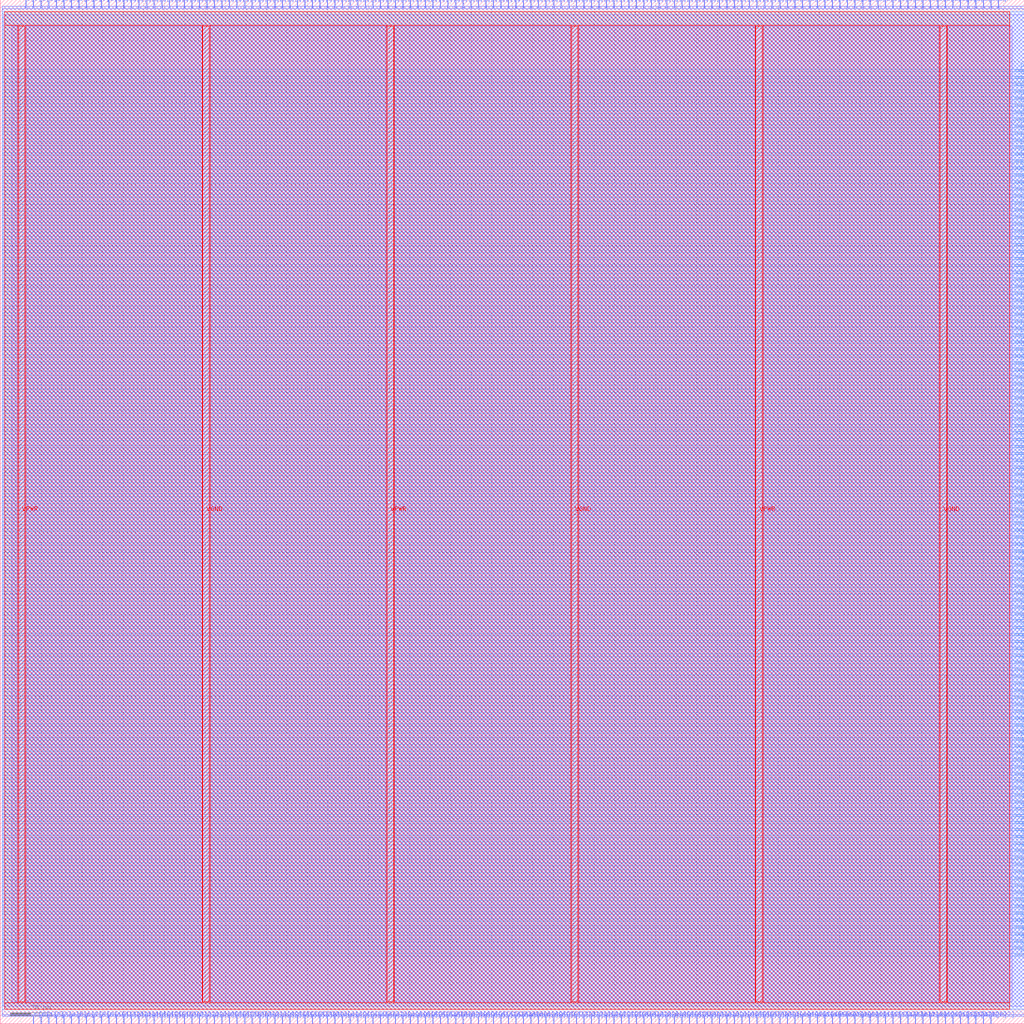
<source format=lef>
VERSION 5.7 ;
  NOWIREEXTENSIONATPIN ON ;
  DIVIDERCHAR "/" ;
  BUSBITCHARS "[]" ;
MACRO multiply_add_64x64
  CLASS BLOCK ;
  FOREIGN multiply_add_64x64 ;
  ORIGIN 0.000 0.000 ;
  SIZE 500.000 BY 500.000 ;
  PIN VGND
    DIRECTION INOUT ;
    USE GROUND ;
    PORT
      LAYER met4 ;
        RECT 98.970 10.640 102.070 487.120 ;
    END
    PORT
      LAYER met4 ;
        RECT 278.970 10.640 282.070 487.120 ;
    END
    PORT
      LAYER met4 ;
        RECT 458.970 10.640 462.070 487.120 ;
    END
  END VGND
  PIN VPWR
    DIRECTION INOUT ;
    USE POWER ;
    PORT
      LAYER met4 ;
        RECT 8.970 10.640 12.070 487.120 ;
    END
    PORT
      LAYER met4 ;
        RECT 188.970 10.640 192.070 487.120 ;
    END
    PORT
      LAYER met4 ;
        RECT 368.970 10.640 372.070 487.120 ;
    END
  END VPWR
  PIN a[0]
    DIRECTION INPUT ;
    USE SIGNAL ;
    PORT
      LAYER met3 ;
        RECT 496.000 33.360 500.000 33.960 ;
    END
  END a[0]
  PIN a[10]
    DIRECTION INPUT ;
    USE SIGNAL ;
    PORT
      LAYER met3 ;
        RECT 496.000 67.360 500.000 67.960 ;
    END
  END a[10]
  PIN a[11]
    DIRECTION INPUT ;
    USE SIGNAL ;
    PORT
      LAYER met3 ;
        RECT 496.000 70.760 500.000 71.360 ;
    END
  END a[11]
  PIN a[12]
    DIRECTION INPUT ;
    USE SIGNAL ;
    PORT
      LAYER met3 ;
        RECT 496.000 74.160 500.000 74.760 ;
    END
  END a[12]
  PIN a[13]
    DIRECTION INPUT ;
    USE SIGNAL ;
    PORT
      LAYER met3 ;
        RECT 496.000 77.560 500.000 78.160 ;
    END
  END a[13]
  PIN a[14]
    DIRECTION INPUT ;
    USE SIGNAL ;
    PORT
      LAYER met3 ;
        RECT 496.000 80.960 500.000 81.560 ;
    END
  END a[14]
  PIN a[15]
    DIRECTION INPUT ;
    USE SIGNAL ;
    PORT
      LAYER met3 ;
        RECT 496.000 84.360 500.000 84.960 ;
    END
  END a[15]
  PIN a[16]
    DIRECTION INPUT ;
    USE SIGNAL ;
    PORT
      LAYER met3 ;
        RECT 496.000 87.760 500.000 88.360 ;
    END
  END a[16]
  PIN a[17]
    DIRECTION INPUT ;
    USE SIGNAL ;
    PORT
      LAYER met3 ;
        RECT 496.000 91.160 500.000 91.760 ;
    END
  END a[17]
  PIN a[18]
    DIRECTION INPUT ;
    USE SIGNAL ;
    PORT
      LAYER met3 ;
        RECT 496.000 94.560 500.000 95.160 ;
    END
  END a[18]
  PIN a[19]
    DIRECTION INPUT ;
    USE SIGNAL ;
    PORT
      LAYER met3 ;
        RECT 496.000 97.960 500.000 98.560 ;
    END
  END a[19]
  PIN a[1]
    DIRECTION INPUT ;
    USE SIGNAL ;
    PORT
      LAYER met3 ;
        RECT 496.000 36.760 500.000 37.360 ;
    END
  END a[1]
  PIN a[20]
    DIRECTION INPUT ;
    USE SIGNAL ;
    PORT
      LAYER met3 ;
        RECT 496.000 101.360 500.000 101.960 ;
    END
  END a[20]
  PIN a[21]
    DIRECTION INPUT ;
    USE SIGNAL ;
    PORT
      LAYER met3 ;
        RECT 496.000 104.760 500.000 105.360 ;
    END
  END a[21]
  PIN a[22]
    DIRECTION INPUT ;
    USE SIGNAL ;
    PORT
      LAYER met3 ;
        RECT 496.000 108.160 500.000 108.760 ;
    END
  END a[22]
  PIN a[23]
    DIRECTION INPUT ;
    USE SIGNAL ;
    PORT
      LAYER met3 ;
        RECT 496.000 111.560 500.000 112.160 ;
    END
  END a[23]
  PIN a[24]
    DIRECTION INPUT ;
    USE SIGNAL ;
    PORT
      LAYER met3 ;
        RECT 496.000 114.960 500.000 115.560 ;
    END
  END a[24]
  PIN a[25]
    DIRECTION INPUT ;
    USE SIGNAL ;
    PORT
      LAYER met3 ;
        RECT 496.000 118.360 500.000 118.960 ;
    END
  END a[25]
  PIN a[26]
    DIRECTION INPUT ;
    USE SIGNAL ;
    PORT
      LAYER met3 ;
        RECT 496.000 121.760 500.000 122.360 ;
    END
  END a[26]
  PIN a[27]
    DIRECTION INPUT ;
    USE SIGNAL ;
    PORT
      LAYER met3 ;
        RECT 496.000 125.160 500.000 125.760 ;
    END
  END a[27]
  PIN a[28]
    DIRECTION INPUT ;
    USE SIGNAL ;
    PORT
      LAYER met3 ;
        RECT 496.000 128.560 500.000 129.160 ;
    END
  END a[28]
  PIN a[29]
    DIRECTION INPUT ;
    USE SIGNAL ;
    PORT
      LAYER met3 ;
        RECT 496.000 131.960 500.000 132.560 ;
    END
  END a[29]
  PIN a[2]
    DIRECTION INPUT ;
    USE SIGNAL ;
    PORT
      LAYER met3 ;
        RECT 496.000 40.160 500.000 40.760 ;
    END
  END a[2]
  PIN a[30]
    DIRECTION INPUT ;
    USE SIGNAL ;
    PORT
      LAYER met3 ;
        RECT 496.000 135.360 500.000 135.960 ;
    END
  END a[30]
  PIN a[31]
    DIRECTION INPUT ;
    USE SIGNAL ;
    PORT
      LAYER met3 ;
        RECT 496.000 138.760 500.000 139.360 ;
    END
  END a[31]
  PIN a[32]
    DIRECTION INPUT ;
    USE SIGNAL ;
    PORT
      LAYER met3 ;
        RECT 496.000 142.160 500.000 142.760 ;
    END
  END a[32]
  PIN a[33]
    DIRECTION INPUT ;
    USE SIGNAL ;
    PORT
      LAYER met3 ;
        RECT 496.000 145.560 500.000 146.160 ;
    END
  END a[33]
  PIN a[34]
    DIRECTION INPUT ;
    USE SIGNAL ;
    PORT
      LAYER met3 ;
        RECT 496.000 148.960 500.000 149.560 ;
    END
  END a[34]
  PIN a[35]
    DIRECTION INPUT ;
    USE SIGNAL ;
    PORT
      LAYER met3 ;
        RECT 496.000 152.360 500.000 152.960 ;
    END
  END a[35]
  PIN a[36]
    DIRECTION INPUT ;
    USE SIGNAL ;
    PORT
      LAYER met3 ;
        RECT 496.000 155.760 500.000 156.360 ;
    END
  END a[36]
  PIN a[37]
    DIRECTION INPUT ;
    USE SIGNAL ;
    PORT
      LAYER met3 ;
        RECT 496.000 159.160 500.000 159.760 ;
    END
  END a[37]
  PIN a[38]
    DIRECTION INPUT ;
    USE SIGNAL ;
    PORT
      LAYER met3 ;
        RECT 496.000 162.560 500.000 163.160 ;
    END
  END a[38]
  PIN a[39]
    DIRECTION INPUT ;
    USE SIGNAL ;
    PORT
      LAYER met3 ;
        RECT 496.000 165.960 500.000 166.560 ;
    END
  END a[39]
  PIN a[3]
    DIRECTION INPUT ;
    USE SIGNAL ;
    PORT
      LAYER met3 ;
        RECT 496.000 43.560 500.000 44.160 ;
    END
  END a[3]
  PIN a[40]
    DIRECTION INPUT ;
    USE SIGNAL ;
    PORT
      LAYER met3 ;
        RECT 496.000 169.360 500.000 169.960 ;
    END
  END a[40]
  PIN a[41]
    DIRECTION INPUT ;
    USE SIGNAL ;
    PORT
      LAYER met3 ;
        RECT 496.000 172.760 500.000 173.360 ;
    END
  END a[41]
  PIN a[42]
    DIRECTION INPUT ;
    USE SIGNAL ;
    PORT
      LAYER met3 ;
        RECT 496.000 176.160 500.000 176.760 ;
    END
  END a[42]
  PIN a[43]
    DIRECTION INPUT ;
    USE SIGNAL ;
    PORT
      LAYER met3 ;
        RECT 496.000 179.560 500.000 180.160 ;
    END
  END a[43]
  PIN a[44]
    DIRECTION INPUT ;
    USE SIGNAL ;
    PORT
      LAYER met3 ;
        RECT 496.000 182.960 500.000 183.560 ;
    END
  END a[44]
  PIN a[45]
    DIRECTION INPUT ;
    USE SIGNAL ;
    PORT
      LAYER met3 ;
        RECT 496.000 186.360 500.000 186.960 ;
    END
  END a[45]
  PIN a[46]
    DIRECTION INPUT ;
    USE SIGNAL ;
    PORT
      LAYER met3 ;
        RECT 496.000 189.760 500.000 190.360 ;
    END
  END a[46]
  PIN a[47]
    DIRECTION INPUT ;
    USE SIGNAL ;
    PORT
      LAYER met3 ;
        RECT 496.000 193.160 500.000 193.760 ;
    END
  END a[47]
  PIN a[48]
    DIRECTION INPUT ;
    USE SIGNAL ;
    PORT
      LAYER met3 ;
        RECT 496.000 196.560 500.000 197.160 ;
    END
  END a[48]
  PIN a[49]
    DIRECTION INPUT ;
    USE SIGNAL ;
    PORT
      LAYER met3 ;
        RECT 496.000 199.960 500.000 200.560 ;
    END
  END a[49]
  PIN a[4]
    DIRECTION INPUT ;
    USE SIGNAL ;
    PORT
      LAYER met3 ;
        RECT 496.000 46.960 500.000 47.560 ;
    END
  END a[4]
  PIN a[50]
    DIRECTION INPUT ;
    USE SIGNAL ;
    PORT
      LAYER met3 ;
        RECT 496.000 203.360 500.000 203.960 ;
    END
  END a[50]
  PIN a[51]
    DIRECTION INPUT ;
    USE SIGNAL ;
    PORT
      LAYER met3 ;
        RECT 496.000 206.760 500.000 207.360 ;
    END
  END a[51]
  PIN a[52]
    DIRECTION INPUT ;
    USE SIGNAL ;
    PORT
      LAYER met3 ;
        RECT 496.000 210.160 500.000 210.760 ;
    END
  END a[52]
  PIN a[53]
    DIRECTION INPUT ;
    USE SIGNAL ;
    PORT
      LAYER met3 ;
        RECT 496.000 213.560 500.000 214.160 ;
    END
  END a[53]
  PIN a[54]
    DIRECTION INPUT ;
    USE SIGNAL ;
    PORT
      LAYER met3 ;
        RECT 496.000 216.960 500.000 217.560 ;
    END
  END a[54]
  PIN a[55]
    DIRECTION INPUT ;
    USE SIGNAL ;
    PORT
      LAYER met3 ;
        RECT 496.000 220.360 500.000 220.960 ;
    END
  END a[55]
  PIN a[56]
    DIRECTION INPUT ;
    USE SIGNAL ;
    PORT
      LAYER met3 ;
        RECT 496.000 223.760 500.000 224.360 ;
    END
  END a[56]
  PIN a[57]
    DIRECTION INPUT ;
    USE SIGNAL ;
    PORT
      LAYER met3 ;
        RECT 496.000 227.160 500.000 227.760 ;
    END
  END a[57]
  PIN a[58]
    DIRECTION INPUT ;
    USE SIGNAL ;
    PORT
      LAYER met3 ;
        RECT 496.000 230.560 500.000 231.160 ;
    END
  END a[58]
  PIN a[59]
    DIRECTION INPUT ;
    USE SIGNAL ;
    PORT
      LAYER met3 ;
        RECT 496.000 233.960 500.000 234.560 ;
    END
  END a[59]
  PIN a[5]
    DIRECTION INPUT ;
    USE SIGNAL ;
    PORT
      LAYER met3 ;
        RECT 496.000 50.360 500.000 50.960 ;
    END
  END a[5]
  PIN a[60]
    DIRECTION INPUT ;
    USE SIGNAL ;
    PORT
      LAYER met3 ;
        RECT 496.000 237.360 500.000 237.960 ;
    END
  END a[60]
  PIN a[61]
    DIRECTION INPUT ;
    USE SIGNAL ;
    PORT
      LAYER met3 ;
        RECT 496.000 240.760 500.000 241.360 ;
    END
  END a[61]
  PIN a[62]
    DIRECTION INPUT ;
    USE SIGNAL ;
    PORT
      LAYER met3 ;
        RECT 496.000 244.160 500.000 244.760 ;
    END
  END a[62]
  PIN a[63]
    DIRECTION INPUT ;
    USE SIGNAL ;
    PORT
      LAYER met3 ;
        RECT 496.000 247.560 500.000 248.160 ;
    END
  END a[63]
  PIN a[6]
    DIRECTION INPUT ;
    USE SIGNAL ;
    PORT
      LAYER met3 ;
        RECT 496.000 53.760 500.000 54.360 ;
    END
  END a[6]
  PIN a[7]
    DIRECTION INPUT ;
    USE SIGNAL ;
    PORT
      LAYER met3 ;
        RECT 496.000 57.160 500.000 57.760 ;
    END
  END a[7]
  PIN a[8]
    DIRECTION INPUT ;
    USE SIGNAL ;
    PORT
      LAYER met3 ;
        RECT 496.000 60.560 500.000 61.160 ;
    END
  END a[8]
  PIN a[9]
    DIRECTION INPUT ;
    USE SIGNAL ;
    PORT
      LAYER met3 ;
        RECT 496.000 63.960 500.000 64.560 ;
    END
  END a[9]
  PIN b[0]
    DIRECTION INPUT ;
    USE SIGNAL ;
    PORT
      LAYER met3 ;
        RECT 496.000 250.960 500.000 251.560 ;
    END
  END b[0]
  PIN b[10]
    DIRECTION INPUT ;
    USE SIGNAL ;
    PORT
      LAYER met3 ;
        RECT 496.000 284.960 500.000 285.560 ;
    END
  END b[10]
  PIN b[11]
    DIRECTION INPUT ;
    USE SIGNAL ;
    PORT
      LAYER met3 ;
        RECT 496.000 288.360 500.000 288.960 ;
    END
  END b[11]
  PIN b[12]
    DIRECTION INPUT ;
    USE SIGNAL ;
    PORT
      LAYER met3 ;
        RECT 496.000 291.760 500.000 292.360 ;
    END
  END b[12]
  PIN b[13]
    DIRECTION INPUT ;
    USE SIGNAL ;
    PORT
      LAYER met3 ;
        RECT 496.000 295.160 500.000 295.760 ;
    END
  END b[13]
  PIN b[14]
    DIRECTION INPUT ;
    USE SIGNAL ;
    PORT
      LAYER met3 ;
        RECT 496.000 298.560 500.000 299.160 ;
    END
  END b[14]
  PIN b[15]
    DIRECTION INPUT ;
    USE SIGNAL ;
    PORT
      LAYER met3 ;
        RECT 496.000 301.960 500.000 302.560 ;
    END
  END b[15]
  PIN b[16]
    DIRECTION INPUT ;
    USE SIGNAL ;
    PORT
      LAYER met3 ;
        RECT 496.000 305.360 500.000 305.960 ;
    END
  END b[16]
  PIN b[17]
    DIRECTION INPUT ;
    USE SIGNAL ;
    PORT
      LAYER met3 ;
        RECT 496.000 308.760 500.000 309.360 ;
    END
  END b[17]
  PIN b[18]
    DIRECTION INPUT ;
    USE SIGNAL ;
    PORT
      LAYER met3 ;
        RECT 496.000 312.160 500.000 312.760 ;
    END
  END b[18]
  PIN b[19]
    DIRECTION INPUT ;
    USE SIGNAL ;
    PORT
      LAYER met3 ;
        RECT 496.000 315.560 500.000 316.160 ;
    END
  END b[19]
  PIN b[1]
    DIRECTION INPUT ;
    USE SIGNAL ;
    PORT
      LAYER met3 ;
        RECT 496.000 254.360 500.000 254.960 ;
    END
  END b[1]
  PIN b[20]
    DIRECTION INPUT ;
    USE SIGNAL ;
    PORT
      LAYER met3 ;
        RECT 496.000 318.960 500.000 319.560 ;
    END
  END b[20]
  PIN b[21]
    DIRECTION INPUT ;
    USE SIGNAL ;
    PORT
      LAYER met3 ;
        RECT 496.000 322.360 500.000 322.960 ;
    END
  END b[21]
  PIN b[22]
    DIRECTION INPUT ;
    USE SIGNAL ;
    PORT
      LAYER met3 ;
        RECT 496.000 325.760 500.000 326.360 ;
    END
  END b[22]
  PIN b[23]
    DIRECTION INPUT ;
    USE SIGNAL ;
    PORT
      LAYER met3 ;
        RECT 496.000 329.160 500.000 329.760 ;
    END
  END b[23]
  PIN b[24]
    DIRECTION INPUT ;
    USE SIGNAL ;
    PORT
      LAYER met3 ;
        RECT 496.000 332.560 500.000 333.160 ;
    END
  END b[24]
  PIN b[25]
    DIRECTION INPUT ;
    USE SIGNAL ;
    PORT
      LAYER met3 ;
        RECT 496.000 335.960 500.000 336.560 ;
    END
  END b[25]
  PIN b[26]
    DIRECTION INPUT ;
    USE SIGNAL ;
    PORT
      LAYER met3 ;
        RECT 496.000 339.360 500.000 339.960 ;
    END
  END b[26]
  PIN b[27]
    DIRECTION INPUT ;
    USE SIGNAL ;
    PORT
      LAYER met3 ;
        RECT 496.000 342.760 500.000 343.360 ;
    END
  END b[27]
  PIN b[28]
    DIRECTION INPUT ;
    USE SIGNAL ;
    PORT
      LAYER met3 ;
        RECT 496.000 346.160 500.000 346.760 ;
    END
  END b[28]
  PIN b[29]
    DIRECTION INPUT ;
    USE SIGNAL ;
    PORT
      LAYER met3 ;
        RECT 496.000 349.560 500.000 350.160 ;
    END
  END b[29]
  PIN b[2]
    DIRECTION INPUT ;
    USE SIGNAL ;
    PORT
      LAYER met3 ;
        RECT 496.000 257.760 500.000 258.360 ;
    END
  END b[2]
  PIN b[30]
    DIRECTION INPUT ;
    USE SIGNAL ;
    PORT
      LAYER met3 ;
        RECT 496.000 352.960 500.000 353.560 ;
    END
  END b[30]
  PIN b[31]
    DIRECTION INPUT ;
    USE SIGNAL ;
    PORT
      LAYER met3 ;
        RECT 496.000 356.360 500.000 356.960 ;
    END
  END b[31]
  PIN b[32]
    DIRECTION INPUT ;
    USE SIGNAL ;
    PORT
      LAYER met3 ;
        RECT 496.000 359.760 500.000 360.360 ;
    END
  END b[32]
  PIN b[33]
    DIRECTION INPUT ;
    USE SIGNAL ;
    PORT
      LAYER met3 ;
        RECT 496.000 363.160 500.000 363.760 ;
    END
  END b[33]
  PIN b[34]
    DIRECTION INPUT ;
    USE SIGNAL ;
    PORT
      LAYER met3 ;
        RECT 496.000 366.560 500.000 367.160 ;
    END
  END b[34]
  PIN b[35]
    DIRECTION INPUT ;
    USE SIGNAL ;
    PORT
      LAYER met3 ;
        RECT 496.000 369.960 500.000 370.560 ;
    END
  END b[35]
  PIN b[36]
    DIRECTION INPUT ;
    USE SIGNAL ;
    PORT
      LAYER met3 ;
        RECT 496.000 373.360 500.000 373.960 ;
    END
  END b[36]
  PIN b[37]
    DIRECTION INPUT ;
    USE SIGNAL ;
    PORT
      LAYER met3 ;
        RECT 496.000 376.760 500.000 377.360 ;
    END
  END b[37]
  PIN b[38]
    DIRECTION INPUT ;
    USE SIGNAL ;
    PORT
      LAYER met3 ;
        RECT 496.000 380.160 500.000 380.760 ;
    END
  END b[38]
  PIN b[39]
    DIRECTION INPUT ;
    USE SIGNAL ;
    PORT
      LAYER met3 ;
        RECT 496.000 383.560 500.000 384.160 ;
    END
  END b[39]
  PIN b[3]
    DIRECTION INPUT ;
    USE SIGNAL ;
    PORT
      LAYER met3 ;
        RECT 496.000 261.160 500.000 261.760 ;
    END
  END b[3]
  PIN b[40]
    DIRECTION INPUT ;
    USE SIGNAL ;
    PORT
      LAYER met3 ;
        RECT 496.000 386.960 500.000 387.560 ;
    END
  END b[40]
  PIN b[41]
    DIRECTION INPUT ;
    USE SIGNAL ;
    PORT
      LAYER met3 ;
        RECT 496.000 390.360 500.000 390.960 ;
    END
  END b[41]
  PIN b[42]
    DIRECTION INPUT ;
    USE SIGNAL ;
    PORT
      LAYER met3 ;
        RECT 496.000 393.760 500.000 394.360 ;
    END
  END b[42]
  PIN b[43]
    DIRECTION INPUT ;
    USE SIGNAL ;
    PORT
      LAYER met3 ;
        RECT 496.000 397.160 500.000 397.760 ;
    END
  END b[43]
  PIN b[44]
    DIRECTION INPUT ;
    USE SIGNAL ;
    PORT
      LAYER met3 ;
        RECT 496.000 400.560 500.000 401.160 ;
    END
  END b[44]
  PIN b[45]
    DIRECTION INPUT ;
    USE SIGNAL ;
    PORT
      LAYER met3 ;
        RECT 496.000 403.960 500.000 404.560 ;
    END
  END b[45]
  PIN b[46]
    DIRECTION INPUT ;
    USE SIGNAL ;
    PORT
      LAYER met3 ;
        RECT 496.000 407.360 500.000 407.960 ;
    END
  END b[46]
  PIN b[47]
    DIRECTION INPUT ;
    USE SIGNAL ;
    PORT
      LAYER met3 ;
        RECT 496.000 410.760 500.000 411.360 ;
    END
  END b[47]
  PIN b[48]
    DIRECTION INPUT ;
    USE SIGNAL ;
    PORT
      LAYER met3 ;
        RECT 496.000 414.160 500.000 414.760 ;
    END
  END b[48]
  PIN b[49]
    DIRECTION INPUT ;
    USE SIGNAL ;
    PORT
      LAYER met3 ;
        RECT 496.000 417.560 500.000 418.160 ;
    END
  END b[49]
  PIN b[4]
    DIRECTION INPUT ;
    USE SIGNAL ;
    PORT
      LAYER met3 ;
        RECT 496.000 264.560 500.000 265.160 ;
    END
  END b[4]
  PIN b[50]
    DIRECTION INPUT ;
    USE SIGNAL ;
    PORT
      LAYER met3 ;
        RECT 496.000 420.960 500.000 421.560 ;
    END
  END b[50]
  PIN b[51]
    DIRECTION INPUT ;
    USE SIGNAL ;
    PORT
      LAYER met3 ;
        RECT 496.000 424.360 500.000 424.960 ;
    END
  END b[51]
  PIN b[52]
    DIRECTION INPUT ;
    USE SIGNAL ;
    PORT
      LAYER met3 ;
        RECT 496.000 427.760 500.000 428.360 ;
    END
  END b[52]
  PIN b[53]
    DIRECTION INPUT ;
    USE SIGNAL ;
    PORT
      LAYER met3 ;
        RECT 496.000 431.160 500.000 431.760 ;
    END
  END b[53]
  PIN b[54]
    DIRECTION INPUT ;
    USE SIGNAL ;
    PORT
      LAYER met3 ;
        RECT 496.000 434.560 500.000 435.160 ;
    END
  END b[54]
  PIN b[55]
    DIRECTION INPUT ;
    USE SIGNAL ;
    PORT
      LAYER met3 ;
        RECT 496.000 437.960 500.000 438.560 ;
    END
  END b[55]
  PIN b[56]
    DIRECTION INPUT ;
    USE SIGNAL ;
    PORT
      LAYER met3 ;
        RECT 496.000 441.360 500.000 441.960 ;
    END
  END b[56]
  PIN b[57]
    DIRECTION INPUT ;
    USE SIGNAL ;
    PORT
      LAYER met3 ;
        RECT 496.000 444.760 500.000 445.360 ;
    END
  END b[57]
  PIN b[58]
    DIRECTION INPUT ;
    USE SIGNAL ;
    PORT
      LAYER met3 ;
        RECT 496.000 448.160 500.000 448.760 ;
    END
  END b[58]
  PIN b[59]
    DIRECTION INPUT ;
    USE SIGNAL ;
    PORT
      LAYER met3 ;
        RECT 496.000 451.560 500.000 452.160 ;
    END
  END b[59]
  PIN b[5]
    DIRECTION INPUT ;
    USE SIGNAL ;
    PORT
      LAYER met3 ;
        RECT 496.000 267.960 500.000 268.560 ;
    END
  END b[5]
  PIN b[60]
    DIRECTION INPUT ;
    USE SIGNAL ;
    PORT
      LAYER met3 ;
        RECT 496.000 454.960 500.000 455.560 ;
    END
  END b[60]
  PIN b[61]
    DIRECTION INPUT ;
    USE SIGNAL ;
    PORT
      LAYER met3 ;
        RECT 496.000 458.360 500.000 458.960 ;
    END
  END b[61]
  PIN b[62]
    DIRECTION INPUT ;
    USE SIGNAL ;
    PORT
      LAYER met3 ;
        RECT 496.000 461.760 500.000 462.360 ;
    END
  END b[62]
  PIN b[63]
    DIRECTION INPUT ;
    USE SIGNAL ;
    PORT
      LAYER met3 ;
        RECT 496.000 465.160 500.000 465.760 ;
    END
  END b[63]
  PIN b[6]
    DIRECTION INPUT ;
    USE SIGNAL ;
    PORT
      LAYER met3 ;
        RECT 496.000 271.360 500.000 271.960 ;
    END
  END b[6]
  PIN b[7]
    DIRECTION INPUT ;
    USE SIGNAL ;
    PORT
      LAYER met3 ;
        RECT 496.000 274.760 500.000 275.360 ;
    END
  END b[7]
  PIN b[8]
    DIRECTION INPUT ;
    USE SIGNAL ;
    PORT
      LAYER met3 ;
        RECT 496.000 278.160 500.000 278.760 ;
    END
  END b[8]
  PIN b[9]
    DIRECTION INPUT ;
    USE SIGNAL ;
    PORT
      LAYER met3 ;
        RECT 496.000 281.560 500.000 282.160 ;
    END
  END b[9]
  PIN c[0]
    DIRECTION INPUT ;
    USE SIGNAL ;
    PORT
      LAYER met2 ;
        RECT 16.190 0.000 16.470 4.000 ;
    END
  END c[0]
  PIN c[100]
    DIRECTION INPUT ;
    USE SIGNAL ;
    PORT
      LAYER met2 ;
        RECT 384.190 0.000 384.470 4.000 ;
    END
  END c[100]
  PIN c[101]
    DIRECTION INPUT ;
    USE SIGNAL ;
    PORT
      LAYER met2 ;
        RECT 387.870 0.000 388.150 4.000 ;
    END
  END c[101]
  PIN c[102]
    DIRECTION INPUT ;
    USE SIGNAL ;
    PORT
      LAYER met2 ;
        RECT 391.550 0.000 391.830 4.000 ;
    END
  END c[102]
  PIN c[103]
    DIRECTION INPUT ;
    USE SIGNAL ;
    PORT
      LAYER met2 ;
        RECT 395.230 0.000 395.510 4.000 ;
    END
  END c[103]
  PIN c[104]
    DIRECTION INPUT ;
    USE SIGNAL ;
    PORT
      LAYER met2 ;
        RECT 398.910 0.000 399.190 4.000 ;
    END
  END c[104]
  PIN c[105]
    DIRECTION INPUT ;
    USE SIGNAL ;
    PORT
      LAYER met2 ;
        RECT 402.590 0.000 402.870 4.000 ;
    END
  END c[105]
  PIN c[106]
    DIRECTION INPUT ;
    USE SIGNAL ;
    PORT
      LAYER met2 ;
        RECT 406.270 0.000 406.550 4.000 ;
    END
  END c[106]
  PIN c[107]
    DIRECTION INPUT ;
    USE SIGNAL ;
    PORT
      LAYER met2 ;
        RECT 409.950 0.000 410.230 4.000 ;
    END
  END c[107]
  PIN c[108]
    DIRECTION INPUT ;
    USE SIGNAL ;
    PORT
      LAYER met2 ;
        RECT 413.630 0.000 413.910 4.000 ;
    END
  END c[108]
  PIN c[109]
    DIRECTION INPUT ;
    USE SIGNAL ;
    PORT
      LAYER met2 ;
        RECT 417.310 0.000 417.590 4.000 ;
    END
  END c[109]
  PIN c[10]
    DIRECTION INPUT ;
    USE SIGNAL ;
    PORT
      LAYER met2 ;
        RECT 52.990 0.000 53.270 4.000 ;
    END
  END c[10]
  PIN c[110]
    DIRECTION INPUT ;
    USE SIGNAL ;
    PORT
      LAYER met2 ;
        RECT 420.990 0.000 421.270 4.000 ;
    END
  END c[110]
  PIN c[111]
    DIRECTION INPUT ;
    USE SIGNAL ;
    PORT
      LAYER met2 ;
        RECT 424.670 0.000 424.950 4.000 ;
    END
  END c[111]
  PIN c[112]
    DIRECTION INPUT ;
    USE SIGNAL ;
    PORT
      LAYER met2 ;
        RECT 428.350 0.000 428.630 4.000 ;
    END
  END c[112]
  PIN c[113]
    DIRECTION INPUT ;
    USE SIGNAL ;
    PORT
      LAYER met2 ;
        RECT 432.030 0.000 432.310 4.000 ;
    END
  END c[113]
  PIN c[114]
    DIRECTION INPUT ;
    USE SIGNAL ;
    PORT
      LAYER met2 ;
        RECT 435.710 0.000 435.990 4.000 ;
    END
  END c[114]
  PIN c[115]
    DIRECTION INPUT ;
    USE SIGNAL ;
    PORT
      LAYER met2 ;
        RECT 439.390 0.000 439.670 4.000 ;
    END
  END c[115]
  PIN c[116]
    DIRECTION INPUT ;
    USE SIGNAL ;
    PORT
      LAYER met2 ;
        RECT 443.070 0.000 443.350 4.000 ;
    END
  END c[116]
  PIN c[117]
    DIRECTION INPUT ;
    USE SIGNAL ;
    PORT
      LAYER met2 ;
        RECT 446.750 0.000 447.030 4.000 ;
    END
  END c[117]
  PIN c[118]
    DIRECTION INPUT ;
    USE SIGNAL ;
    PORT
      LAYER met2 ;
        RECT 450.430 0.000 450.710 4.000 ;
    END
  END c[118]
  PIN c[119]
    DIRECTION INPUT ;
    USE SIGNAL ;
    PORT
      LAYER met2 ;
        RECT 454.110 0.000 454.390 4.000 ;
    END
  END c[119]
  PIN c[11]
    DIRECTION INPUT ;
    USE SIGNAL ;
    PORT
      LAYER met2 ;
        RECT 56.670 0.000 56.950 4.000 ;
    END
  END c[11]
  PIN c[120]
    DIRECTION INPUT ;
    USE SIGNAL ;
    PORT
      LAYER met2 ;
        RECT 457.790 0.000 458.070 4.000 ;
    END
  END c[120]
  PIN c[121]
    DIRECTION INPUT ;
    USE SIGNAL ;
    PORT
      LAYER met2 ;
        RECT 461.470 0.000 461.750 4.000 ;
    END
  END c[121]
  PIN c[122]
    DIRECTION INPUT ;
    USE SIGNAL ;
    PORT
      LAYER met2 ;
        RECT 465.150 0.000 465.430 4.000 ;
    END
  END c[122]
  PIN c[123]
    DIRECTION INPUT ;
    USE SIGNAL ;
    PORT
      LAYER met2 ;
        RECT 468.830 0.000 469.110 4.000 ;
    END
  END c[123]
  PIN c[124]
    DIRECTION INPUT ;
    USE SIGNAL ;
    PORT
      LAYER met2 ;
        RECT 472.510 0.000 472.790 4.000 ;
    END
  END c[124]
  PIN c[125]
    DIRECTION INPUT ;
    USE SIGNAL ;
    PORT
      LAYER met2 ;
        RECT 476.190 0.000 476.470 4.000 ;
    END
  END c[125]
  PIN c[126]
    DIRECTION INPUT ;
    USE SIGNAL ;
    PORT
      LAYER met2 ;
        RECT 479.870 0.000 480.150 4.000 ;
    END
  END c[126]
  PIN c[127]
    DIRECTION INPUT ;
    USE SIGNAL ;
    PORT
      LAYER met2 ;
        RECT 483.550 0.000 483.830 4.000 ;
    END
  END c[127]
  PIN c[12]
    DIRECTION INPUT ;
    USE SIGNAL ;
    PORT
      LAYER met2 ;
        RECT 60.350 0.000 60.630 4.000 ;
    END
  END c[12]
  PIN c[13]
    DIRECTION INPUT ;
    USE SIGNAL ;
    PORT
      LAYER met2 ;
        RECT 64.030 0.000 64.310 4.000 ;
    END
  END c[13]
  PIN c[14]
    DIRECTION INPUT ;
    USE SIGNAL ;
    PORT
      LAYER met2 ;
        RECT 67.710 0.000 67.990 4.000 ;
    END
  END c[14]
  PIN c[15]
    DIRECTION INPUT ;
    USE SIGNAL ;
    PORT
      LAYER met2 ;
        RECT 71.390 0.000 71.670 4.000 ;
    END
  END c[15]
  PIN c[16]
    DIRECTION INPUT ;
    USE SIGNAL ;
    PORT
      LAYER met2 ;
        RECT 75.070 0.000 75.350 4.000 ;
    END
  END c[16]
  PIN c[17]
    DIRECTION INPUT ;
    USE SIGNAL ;
    PORT
      LAYER met2 ;
        RECT 78.750 0.000 79.030 4.000 ;
    END
  END c[17]
  PIN c[18]
    DIRECTION INPUT ;
    USE SIGNAL ;
    PORT
      LAYER met2 ;
        RECT 82.430 0.000 82.710 4.000 ;
    END
  END c[18]
  PIN c[19]
    DIRECTION INPUT ;
    USE SIGNAL ;
    PORT
      LAYER met2 ;
        RECT 86.110 0.000 86.390 4.000 ;
    END
  END c[19]
  PIN c[1]
    DIRECTION INPUT ;
    USE SIGNAL ;
    PORT
      LAYER met2 ;
        RECT 19.870 0.000 20.150 4.000 ;
    END
  END c[1]
  PIN c[20]
    DIRECTION INPUT ;
    USE SIGNAL ;
    PORT
      LAYER met2 ;
        RECT 89.790 0.000 90.070 4.000 ;
    END
  END c[20]
  PIN c[21]
    DIRECTION INPUT ;
    USE SIGNAL ;
    PORT
      LAYER met2 ;
        RECT 93.470 0.000 93.750 4.000 ;
    END
  END c[21]
  PIN c[22]
    DIRECTION INPUT ;
    USE SIGNAL ;
    PORT
      LAYER met2 ;
        RECT 97.150 0.000 97.430 4.000 ;
    END
  END c[22]
  PIN c[23]
    DIRECTION INPUT ;
    USE SIGNAL ;
    PORT
      LAYER met2 ;
        RECT 100.830 0.000 101.110 4.000 ;
    END
  END c[23]
  PIN c[24]
    DIRECTION INPUT ;
    USE SIGNAL ;
    PORT
      LAYER met2 ;
        RECT 104.510 0.000 104.790 4.000 ;
    END
  END c[24]
  PIN c[25]
    DIRECTION INPUT ;
    USE SIGNAL ;
    PORT
      LAYER met2 ;
        RECT 108.190 0.000 108.470 4.000 ;
    END
  END c[25]
  PIN c[26]
    DIRECTION INPUT ;
    USE SIGNAL ;
    PORT
      LAYER met2 ;
        RECT 111.870 0.000 112.150 4.000 ;
    END
  END c[26]
  PIN c[27]
    DIRECTION INPUT ;
    USE SIGNAL ;
    PORT
      LAYER met2 ;
        RECT 115.550 0.000 115.830 4.000 ;
    END
  END c[27]
  PIN c[28]
    DIRECTION INPUT ;
    USE SIGNAL ;
    PORT
      LAYER met2 ;
        RECT 119.230 0.000 119.510 4.000 ;
    END
  END c[28]
  PIN c[29]
    DIRECTION INPUT ;
    USE SIGNAL ;
    PORT
      LAYER met2 ;
        RECT 122.910 0.000 123.190 4.000 ;
    END
  END c[29]
  PIN c[2]
    DIRECTION INPUT ;
    USE SIGNAL ;
    PORT
      LAYER met2 ;
        RECT 23.550 0.000 23.830 4.000 ;
    END
  END c[2]
  PIN c[30]
    DIRECTION INPUT ;
    USE SIGNAL ;
    PORT
      LAYER met2 ;
        RECT 126.590 0.000 126.870 4.000 ;
    END
  END c[30]
  PIN c[31]
    DIRECTION INPUT ;
    USE SIGNAL ;
    PORT
      LAYER met2 ;
        RECT 130.270 0.000 130.550 4.000 ;
    END
  END c[31]
  PIN c[32]
    DIRECTION INPUT ;
    USE SIGNAL ;
    PORT
      LAYER met2 ;
        RECT 133.950 0.000 134.230 4.000 ;
    END
  END c[32]
  PIN c[33]
    DIRECTION INPUT ;
    USE SIGNAL ;
    PORT
      LAYER met2 ;
        RECT 137.630 0.000 137.910 4.000 ;
    END
  END c[33]
  PIN c[34]
    DIRECTION INPUT ;
    USE SIGNAL ;
    PORT
      LAYER met2 ;
        RECT 141.310 0.000 141.590 4.000 ;
    END
  END c[34]
  PIN c[35]
    DIRECTION INPUT ;
    USE SIGNAL ;
    PORT
      LAYER met2 ;
        RECT 144.990 0.000 145.270 4.000 ;
    END
  END c[35]
  PIN c[36]
    DIRECTION INPUT ;
    USE SIGNAL ;
    PORT
      LAYER met2 ;
        RECT 148.670 0.000 148.950 4.000 ;
    END
  END c[36]
  PIN c[37]
    DIRECTION INPUT ;
    USE SIGNAL ;
    PORT
      LAYER met2 ;
        RECT 152.350 0.000 152.630 4.000 ;
    END
  END c[37]
  PIN c[38]
    DIRECTION INPUT ;
    USE SIGNAL ;
    PORT
      LAYER met2 ;
        RECT 156.030 0.000 156.310 4.000 ;
    END
  END c[38]
  PIN c[39]
    DIRECTION INPUT ;
    USE SIGNAL ;
    PORT
      LAYER met2 ;
        RECT 159.710 0.000 159.990 4.000 ;
    END
  END c[39]
  PIN c[3]
    DIRECTION INPUT ;
    USE SIGNAL ;
    PORT
      LAYER met2 ;
        RECT 27.230 0.000 27.510 4.000 ;
    END
  END c[3]
  PIN c[40]
    DIRECTION INPUT ;
    USE SIGNAL ;
    PORT
      LAYER met2 ;
        RECT 163.390 0.000 163.670 4.000 ;
    END
  END c[40]
  PIN c[41]
    DIRECTION INPUT ;
    USE SIGNAL ;
    PORT
      LAYER met2 ;
        RECT 167.070 0.000 167.350 4.000 ;
    END
  END c[41]
  PIN c[42]
    DIRECTION INPUT ;
    USE SIGNAL ;
    PORT
      LAYER met2 ;
        RECT 170.750 0.000 171.030 4.000 ;
    END
  END c[42]
  PIN c[43]
    DIRECTION INPUT ;
    USE SIGNAL ;
    PORT
      LAYER met2 ;
        RECT 174.430 0.000 174.710 4.000 ;
    END
  END c[43]
  PIN c[44]
    DIRECTION INPUT ;
    USE SIGNAL ;
    PORT
      LAYER met2 ;
        RECT 178.110 0.000 178.390 4.000 ;
    END
  END c[44]
  PIN c[45]
    DIRECTION INPUT ;
    USE SIGNAL ;
    PORT
      LAYER met2 ;
        RECT 181.790 0.000 182.070 4.000 ;
    END
  END c[45]
  PIN c[46]
    DIRECTION INPUT ;
    USE SIGNAL ;
    PORT
      LAYER met2 ;
        RECT 185.470 0.000 185.750 4.000 ;
    END
  END c[46]
  PIN c[47]
    DIRECTION INPUT ;
    USE SIGNAL ;
    PORT
      LAYER met2 ;
        RECT 189.150 0.000 189.430 4.000 ;
    END
  END c[47]
  PIN c[48]
    DIRECTION INPUT ;
    USE SIGNAL ;
    PORT
      LAYER met2 ;
        RECT 192.830 0.000 193.110 4.000 ;
    END
  END c[48]
  PIN c[49]
    DIRECTION INPUT ;
    USE SIGNAL ;
    PORT
      LAYER met2 ;
        RECT 196.510 0.000 196.790 4.000 ;
    END
  END c[49]
  PIN c[4]
    DIRECTION INPUT ;
    USE SIGNAL ;
    PORT
      LAYER met2 ;
        RECT 30.910 0.000 31.190 4.000 ;
    END
  END c[4]
  PIN c[50]
    DIRECTION INPUT ;
    USE SIGNAL ;
    PORT
      LAYER met2 ;
        RECT 200.190 0.000 200.470 4.000 ;
    END
  END c[50]
  PIN c[51]
    DIRECTION INPUT ;
    USE SIGNAL ;
    PORT
      LAYER met2 ;
        RECT 203.870 0.000 204.150 4.000 ;
    END
  END c[51]
  PIN c[52]
    DIRECTION INPUT ;
    USE SIGNAL ;
    PORT
      LAYER met2 ;
        RECT 207.550 0.000 207.830 4.000 ;
    END
  END c[52]
  PIN c[53]
    DIRECTION INPUT ;
    USE SIGNAL ;
    PORT
      LAYER met2 ;
        RECT 211.230 0.000 211.510 4.000 ;
    END
  END c[53]
  PIN c[54]
    DIRECTION INPUT ;
    USE SIGNAL ;
    PORT
      LAYER met2 ;
        RECT 214.910 0.000 215.190 4.000 ;
    END
  END c[54]
  PIN c[55]
    DIRECTION INPUT ;
    USE SIGNAL ;
    PORT
      LAYER met2 ;
        RECT 218.590 0.000 218.870 4.000 ;
    END
  END c[55]
  PIN c[56]
    DIRECTION INPUT ;
    USE SIGNAL ;
    PORT
      LAYER met2 ;
        RECT 222.270 0.000 222.550 4.000 ;
    END
  END c[56]
  PIN c[57]
    DIRECTION INPUT ;
    USE SIGNAL ;
    PORT
      LAYER met2 ;
        RECT 225.950 0.000 226.230 4.000 ;
    END
  END c[57]
  PIN c[58]
    DIRECTION INPUT ;
    USE SIGNAL ;
    PORT
      LAYER met2 ;
        RECT 229.630 0.000 229.910 4.000 ;
    END
  END c[58]
  PIN c[59]
    DIRECTION INPUT ;
    USE SIGNAL ;
    PORT
      LAYER met2 ;
        RECT 233.310 0.000 233.590 4.000 ;
    END
  END c[59]
  PIN c[5]
    DIRECTION INPUT ;
    USE SIGNAL ;
    PORT
      LAYER met2 ;
        RECT 34.590 0.000 34.870 4.000 ;
    END
  END c[5]
  PIN c[60]
    DIRECTION INPUT ;
    USE SIGNAL ;
    PORT
      LAYER met2 ;
        RECT 236.990 0.000 237.270 4.000 ;
    END
  END c[60]
  PIN c[61]
    DIRECTION INPUT ;
    USE SIGNAL ;
    PORT
      LAYER met2 ;
        RECT 240.670 0.000 240.950 4.000 ;
    END
  END c[61]
  PIN c[62]
    DIRECTION INPUT ;
    USE SIGNAL ;
    PORT
      LAYER met2 ;
        RECT 244.350 0.000 244.630 4.000 ;
    END
  END c[62]
  PIN c[63]
    DIRECTION INPUT ;
    USE SIGNAL ;
    PORT
      LAYER met2 ;
        RECT 248.030 0.000 248.310 4.000 ;
    END
  END c[63]
  PIN c[64]
    DIRECTION INPUT ;
    USE SIGNAL ;
    PORT
      LAYER met2 ;
        RECT 251.710 0.000 251.990 4.000 ;
    END
  END c[64]
  PIN c[65]
    DIRECTION INPUT ;
    USE SIGNAL ;
    PORT
      LAYER met2 ;
        RECT 255.390 0.000 255.670 4.000 ;
    END
  END c[65]
  PIN c[66]
    DIRECTION INPUT ;
    USE SIGNAL ;
    PORT
      LAYER met2 ;
        RECT 259.070 0.000 259.350 4.000 ;
    END
  END c[66]
  PIN c[67]
    DIRECTION INPUT ;
    USE SIGNAL ;
    PORT
      LAYER met2 ;
        RECT 262.750 0.000 263.030 4.000 ;
    END
  END c[67]
  PIN c[68]
    DIRECTION INPUT ;
    USE SIGNAL ;
    PORT
      LAYER met2 ;
        RECT 266.430 0.000 266.710 4.000 ;
    END
  END c[68]
  PIN c[69]
    DIRECTION INPUT ;
    USE SIGNAL ;
    PORT
      LAYER met2 ;
        RECT 270.110 0.000 270.390 4.000 ;
    END
  END c[69]
  PIN c[6]
    DIRECTION INPUT ;
    USE SIGNAL ;
    PORT
      LAYER met2 ;
        RECT 38.270 0.000 38.550 4.000 ;
    END
  END c[6]
  PIN c[70]
    DIRECTION INPUT ;
    USE SIGNAL ;
    PORT
      LAYER met2 ;
        RECT 273.790 0.000 274.070 4.000 ;
    END
  END c[70]
  PIN c[71]
    DIRECTION INPUT ;
    USE SIGNAL ;
    PORT
      LAYER met2 ;
        RECT 277.470 0.000 277.750 4.000 ;
    END
  END c[71]
  PIN c[72]
    DIRECTION INPUT ;
    USE SIGNAL ;
    PORT
      LAYER met2 ;
        RECT 281.150 0.000 281.430 4.000 ;
    END
  END c[72]
  PIN c[73]
    DIRECTION INPUT ;
    USE SIGNAL ;
    PORT
      LAYER met2 ;
        RECT 284.830 0.000 285.110 4.000 ;
    END
  END c[73]
  PIN c[74]
    DIRECTION INPUT ;
    USE SIGNAL ;
    PORT
      LAYER met2 ;
        RECT 288.510 0.000 288.790 4.000 ;
    END
  END c[74]
  PIN c[75]
    DIRECTION INPUT ;
    USE SIGNAL ;
    PORT
      LAYER met2 ;
        RECT 292.190 0.000 292.470 4.000 ;
    END
  END c[75]
  PIN c[76]
    DIRECTION INPUT ;
    USE SIGNAL ;
    PORT
      LAYER met2 ;
        RECT 295.870 0.000 296.150 4.000 ;
    END
  END c[76]
  PIN c[77]
    DIRECTION INPUT ;
    USE SIGNAL ;
    PORT
      LAYER met2 ;
        RECT 299.550 0.000 299.830 4.000 ;
    END
  END c[77]
  PIN c[78]
    DIRECTION INPUT ;
    USE SIGNAL ;
    PORT
      LAYER met2 ;
        RECT 303.230 0.000 303.510 4.000 ;
    END
  END c[78]
  PIN c[79]
    DIRECTION INPUT ;
    USE SIGNAL ;
    PORT
      LAYER met2 ;
        RECT 306.910 0.000 307.190 4.000 ;
    END
  END c[79]
  PIN c[7]
    DIRECTION INPUT ;
    USE SIGNAL ;
    PORT
      LAYER met2 ;
        RECT 41.950 0.000 42.230 4.000 ;
    END
  END c[7]
  PIN c[80]
    DIRECTION INPUT ;
    USE SIGNAL ;
    PORT
      LAYER met2 ;
        RECT 310.590 0.000 310.870 4.000 ;
    END
  END c[80]
  PIN c[81]
    DIRECTION INPUT ;
    USE SIGNAL ;
    PORT
      LAYER met2 ;
        RECT 314.270 0.000 314.550 4.000 ;
    END
  END c[81]
  PIN c[82]
    DIRECTION INPUT ;
    USE SIGNAL ;
    PORT
      LAYER met2 ;
        RECT 317.950 0.000 318.230 4.000 ;
    END
  END c[82]
  PIN c[83]
    DIRECTION INPUT ;
    USE SIGNAL ;
    PORT
      LAYER met2 ;
        RECT 321.630 0.000 321.910 4.000 ;
    END
  END c[83]
  PIN c[84]
    DIRECTION INPUT ;
    USE SIGNAL ;
    PORT
      LAYER met2 ;
        RECT 325.310 0.000 325.590 4.000 ;
    END
  END c[84]
  PIN c[85]
    DIRECTION INPUT ;
    USE SIGNAL ;
    PORT
      LAYER met2 ;
        RECT 328.990 0.000 329.270 4.000 ;
    END
  END c[85]
  PIN c[86]
    DIRECTION INPUT ;
    USE SIGNAL ;
    PORT
      LAYER met2 ;
        RECT 332.670 0.000 332.950 4.000 ;
    END
  END c[86]
  PIN c[87]
    DIRECTION INPUT ;
    USE SIGNAL ;
    PORT
      LAYER met2 ;
        RECT 336.350 0.000 336.630 4.000 ;
    END
  END c[87]
  PIN c[88]
    DIRECTION INPUT ;
    USE SIGNAL ;
    PORT
      LAYER met2 ;
        RECT 340.030 0.000 340.310 4.000 ;
    END
  END c[88]
  PIN c[89]
    DIRECTION INPUT ;
    USE SIGNAL ;
    PORT
      LAYER met2 ;
        RECT 343.710 0.000 343.990 4.000 ;
    END
  END c[89]
  PIN c[8]
    DIRECTION INPUT ;
    USE SIGNAL ;
    PORT
      LAYER met2 ;
        RECT 45.630 0.000 45.910 4.000 ;
    END
  END c[8]
  PIN c[90]
    DIRECTION INPUT ;
    USE SIGNAL ;
    PORT
      LAYER met2 ;
        RECT 347.390 0.000 347.670 4.000 ;
    END
  END c[90]
  PIN c[91]
    DIRECTION INPUT ;
    USE SIGNAL ;
    PORT
      LAYER met2 ;
        RECT 351.070 0.000 351.350 4.000 ;
    END
  END c[91]
  PIN c[92]
    DIRECTION INPUT ;
    USE SIGNAL ;
    PORT
      LAYER met2 ;
        RECT 354.750 0.000 355.030 4.000 ;
    END
  END c[92]
  PIN c[93]
    DIRECTION INPUT ;
    USE SIGNAL ;
    PORT
      LAYER met2 ;
        RECT 358.430 0.000 358.710 4.000 ;
    END
  END c[93]
  PIN c[94]
    DIRECTION INPUT ;
    USE SIGNAL ;
    PORT
      LAYER met2 ;
        RECT 362.110 0.000 362.390 4.000 ;
    END
  END c[94]
  PIN c[95]
    DIRECTION INPUT ;
    USE SIGNAL ;
    PORT
      LAYER met2 ;
        RECT 365.790 0.000 366.070 4.000 ;
    END
  END c[95]
  PIN c[96]
    DIRECTION INPUT ;
    USE SIGNAL ;
    PORT
      LAYER met2 ;
        RECT 369.470 0.000 369.750 4.000 ;
    END
  END c[96]
  PIN c[97]
    DIRECTION INPUT ;
    USE SIGNAL ;
    PORT
      LAYER met2 ;
        RECT 373.150 0.000 373.430 4.000 ;
    END
  END c[97]
  PIN c[98]
    DIRECTION INPUT ;
    USE SIGNAL ;
    PORT
      LAYER met2 ;
        RECT 376.830 0.000 377.110 4.000 ;
    END
  END c[98]
  PIN c[99]
    DIRECTION INPUT ;
    USE SIGNAL ;
    PORT
      LAYER met2 ;
        RECT 380.510 0.000 380.790 4.000 ;
    END
  END c[99]
  PIN c[9]
    DIRECTION INPUT ;
    USE SIGNAL ;
    PORT
      LAYER met2 ;
        RECT 49.310 0.000 49.590 4.000 ;
    END
  END c[9]
  PIN clk
    DIRECTION INPUT ;
    USE SIGNAL ;
    PORT
      LAYER met2 ;
        RECT 487.230 496.000 487.510 500.000 ;
    END
  END clk
  PIN o[0]
    DIRECTION OUTPUT TRISTATE ;
    USE SIGNAL ;
    PORT
      LAYER met2 ;
        RECT 12.510 496.000 12.790 500.000 ;
    END
  END o[0]
  PIN o[100]
    DIRECTION OUTPUT TRISTATE ;
    USE SIGNAL ;
    PORT
      LAYER met2 ;
        RECT 380.510 496.000 380.790 500.000 ;
    END
  END o[100]
  PIN o[101]
    DIRECTION OUTPUT TRISTATE ;
    USE SIGNAL ;
    PORT
      LAYER met2 ;
        RECT 384.190 496.000 384.470 500.000 ;
    END
  END o[101]
  PIN o[102]
    DIRECTION OUTPUT TRISTATE ;
    USE SIGNAL ;
    PORT
      LAYER met2 ;
        RECT 387.870 496.000 388.150 500.000 ;
    END
  END o[102]
  PIN o[103]
    DIRECTION OUTPUT TRISTATE ;
    USE SIGNAL ;
    PORT
      LAYER met2 ;
        RECT 391.550 496.000 391.830 500.000 ;
    END
  END o[103]
  PIN o[104]
    DIRECTION OUTPUT TRISTATE ;
    USE SIGNAL ;
    PORT
      LAYER met2 ;
        RECT 395.230 496.000 395.510 500.000 ;
    END
  END o[104]
  PIN o[105]
    DIRECTION OUTPUT TRISTATE ;
    USE SIGNAL ;
    PORT
      LAYER met2 ;
        RECT 398.910 496.000 399.190 500.000 ;
    END
  END o[105]
  PIN o[106]
    DIRECTION OUTPUT TRISTATE ;
    USE SIGNAL ;
    PORT
      LAYER met2 ;
        RECT 402.590 496.000 402.870 500.000 ;
    END
  END o[106]
  PIN o[107]
    DIRECTION OUTPUT TRISTATE ;
    USE SIGNAL ;
    PORT
      LAYER met2 ;
        RECT 406.270 496.000 406.550 500.000 ;
    END
  END o[107]
  PIN o[108]
    DIRECTION OUTPUT TRISTATE ;
    USE SIGNAL ;
    PORT
      LAYER met2 ;
        RECT 409.950 496.000 410.230 500.000 ;
    END
  END o[108]
  PIN o[109]
    DIRECTION OUTPUT TRISTATE ;
    USE SIGNAL ;
    PORT
      LAYER met2 ;
        RECT 413.630 496.000 413.910 500.000 ;
    END
  END o[109]
  PIN o[10]
    DIRECTION OUTPUT TRISTATE ;
    USE SIGNAL ;
    PORT
      LAYER met2 ;
        RECT 49.310 496.000 49.590 500.000 ;
    END
  END o[10]
  PIN o[110]
    DIRECTION OUTPUT TRISTATE ;
    USE SIGNAL ;
    PORT
      LAYER met2 ;
        RECT 417.310 496.000 417.590 500.000 ;
    END
  END o[110]
  PIN o[111]
    DIRECTION OUTPUT TRISTATE ;
    USE SIGNAL ;
    PORT
      LAYER met2 ;
        RECT 420.990 496.000 421.270 500.000 ;
    END
  END o[111]
  PIN o[112]
    DIRECTION OUTPUT TRISTATE ;
    USE SIGNAL ;
    PORT
      LAYER met2 ;
        RECT 424.670 496.000 424.950 500.000 ;
    END
  END o[112]
  PIN o[113]
    DIRECTION OUTPUT TRISTATE ;
    USE SIGNAL ;
    PORT
      LAYER met2 ;
        RECT 428.350 496.000 428.630 500.000 ;
    END
  END o[113]
  PIN o[114]
    DIRECTION OUTPUT TRISTATE ;
    USE SIGNAL ;
    PORT
      LAYER met2 ;
        RECT 432.030 496.000 432.310 500.000 ;
    END
  END o[114]
  PIN o[115]
    DIRECTION OUTPUT TRISTATE ;
    USE SIGNAL ;
    PORT
      LAYER met2 ;
        RECT 435.710 496.000 435.990 500.000 ;
    END
  END o[115]
  PIN o[116]
    DIRECTION OUTPUT TRISTATE ;
    USE SIGNAL ;
    PORT
      LAYER met2 ;
        RECT 439.390 496.000 439.670 500.000 ;
    END
  END o[116]
  PIN o[117]
    DIRECTION OUTPUT TRISTATE ;
    USE SIGNAL ;
    PORT
      LAYER met2 ;
        RECT 443.070 496.000 443.350 500.000 ;
    END
  END o[117]
  PIN o[118]
    DIRECTION OUTPUT TRISTATE ;
    USE SIGNAL ;
    PORT
      LAYER met2 ;
        RECT 446.750 496.000 447.030 500.000 ;
    END
  END o[118]
  PIN o[119]
    DIRECTION OUTPUT TRISTATE ;
    USE SIGNAL ;
    PORT
      LAYER met2 ;
        RECT 450.430 496.000 450.710 500.000 ;
    END
  END o[119]
  PIN o[11]
    DIRECTION OUTPUT TRISTATE ;
    USE SIGNAL ;
    PORT
      LAYER met2 ;
        RECT 52.990 496.000 53.270 500.000 ;
    END
  END o[11]
  PIN o[120]
    DIRECTION OUTPUT TRISTATE ;
    USE SIGNAL ;
    PORT
      LAYER met2 ;
        RECT 454.110 496.000 454.390 500.000 ;
    END
  END o[120]
  PIN o[121]
    DIRECTION OUTPUT TRISTATE ;
    USE SIGNAL ;
    PORT
      LAYER met2 ;
        RECT 457.790 496.000 458.070 500.000 ;
    END
  END o[121]
  PIN o[122]
    DIRECTION OUTPUT TRISTATE ;
    USE SIGNAL ;
    PORT
      LAYER met2 ;
        RECT 461.470 496.000 461.750 500.000 ;
    END
  END o[122]
  PIN o[123]
    DIRECTION OUTPUT TRISTATE ;
    USE SIGNAL ;
    PORT
      LAYER met2 ;
        RECT 465.150 496.000 465.430 500.000 ;
    END
  END o[123]
  PIN o[124]
    DIRECTION OUTPUT TRISTATE ;
    USE SIGNAL ;
    PORT
      LAYER met2 ;
        RECT 468.830 496.000 469.110 500.000 ;
    END
  END o[124]
  PIN o[125]
    DIRECTION OUTPUT TRISTATE ;
    USE SIGNAL ;
    PORT
      LAYER met2 ;
        RECT 472.510 496.000 472.790 500.000 ;
    END
  END o[125]
  PIN o[126]
    DIRECTION OUTPUT TRISTATE ;
    USE SIGNAL ;
    PORT
      LAYER met2 ;
        RECT 476.190 496.000 476.470 500.000 ;
    END
  END o[126]
  PIN o[127]
    DIRECTION OUTPUT TRISTATE ;
    USE SIGNAL ;
    PORT
      LAYER met2 ;
        RECT 479.870 496.000 480.150 500.000 ;
    END
  END o[127]
  PIN o[12]
    DIRECTION OUTPUT TRISTATE ;
    USE SIGNAL ;
    PORT
      LAYER met2 ;
        RECT 56.670 496.000 56.950 500.000 ;
    END
  END o[12]
  PIN o[13]
    DIRECTION OUTPUT TRISTATE ;
    USE SIGNAL ;
    PORT
      LAYER met2 ;
        RECT 60.350 496.000 60.630 500.000 ;
    END
  END o[13]
  PIN o[14]
    DIRECTION OUTPUT TRISTATE ;
    USE SIGNAL ;
    PORT
      LAYER met2 ;
        RECT 64.030 496.000 64.310 500.000 ;
    END
  END o[14]
  PIN o[15]
    DIRECTION OUTPUT TRISTATE ;
    USE SIGNAL ;
    PORT
      LAYER met2 ;
        RECT 67.710 496.000 67.990 500.000 ;
    END
  END o[15]
  PIN o[16]
    DIRECTION OUTPUT TRISTATE ;
    USE SIGNAL ;
    PORT
      LAYER met2 ;
        RECT 71.390 496.000 71.670 500.000 ;
    END
  END o[16]
  PIN o[17]
    DIRECTION OUTPUT TRISTATE ;
    USE SIGNAL ;
    PORT
      LAYER met2 ;
        RECT 75.070 496.000 75.350 500.000 ;
    END
  END o[17]
  PIN o[18]
    DIRECTION OUTPUT TRISTATE ;
    USE SIGNAL ;
    PORT
      LAYER met2 ;
        RECT 78.750 496.000 79.030 500.000 ;
    END
  END o[18]
  PIN o[19]
    DIRECTION OUTPUT TRISTATE ;
    USE SIGNAL ;
    PORT
      LAYER met2 ;
        RECT 82.430 496.000 82.710 500.000 ;
    END
  END o[19]
  PIN o[1]
    DIRECTION OUTPUT TRISTATE ;
    USE SIGNAL ;
    PORT
      LAYER met2 ;
        RECT 16.190 496.000 16.470 500.000 ;
    END
  END o[1]
  PIN o[20]
    DIRECTION OUTPUT TRISTATE ;
    USE SIGNAL ;
    PORT
      LAYER met2 ;
        RECT 86.110 496.000 86.390 500.000 ;
    END
  END o[20]
  PIN o[21]
    DIRECTION OUTPUT TRISTATE ;
    USE SIGNAL ;
    PORT
      LAYER met2 ;
        RECT 89.790 496.000 90.070 500.000 ;
    END
  END o[21]
  PIN o[22]
    DIRECTION OUTPUT TRISTATE ;
    USE SIGNAL ;
    PORT
      LAYER met2 ;
        RECT 93.470 496.000 93.750 500.000 ;
    END
  END o[22]
  PIN o[23]
    DIRECTION OUTPUT TRISTATE ;
    USE SIGNAL ;
    PORT
      LAYER met2 ;
        RECT 97.150 496.000 97.430 500.000 ;
    END
  END o[23]
  PIN o[24]
    DIRECTION OUTPUT TRISTATE ;
    USE SIGNAL ;
    PORT
      LAYER met2 ;
        RECT 100.830 496.000 101.110 500.000 ;
    END
  END o[24]
  PIN o[25]
    DIRECTION OUTPUT TRISTATE ;
    USE SIGNAL ;
    PORT
      LAYER met2 ;
        RECT 104.510 496.000 104.790 500.000 ;
    END
  END o[25]
  PIN o[26]
    DIRECTION OUTPUT TRISTATE ;
    USE SIGNAL ;
    PORT
      LAYER met2 ;
        RECT 108.190 496.000 108.470 500.000 ;
    END
  END o[26]
  PIN o[27]
    DIRECTION OUTPUT TRISTATE ;
    USE SIGNAL ;
    PORT
      LAYER met2 ;
        RECT 111.870 496.000 112.150 500.000 ;
    END
  END o[27]
  PIN o[28]
    DIRECTION OUTPUT TRISTATE ;
    USE SIGNAL ;
    PORT
      LAYER met2 ;
        RECT 115.550 496.000 115.830 500.000 ;
    END
  END o[28]
  PIN o[29]
    DIRECTION OUTPUT TRISTATE ;
    USE SIGNAL ;
    PORT
      LAYER met2 ;
        RECT 119.230 496.000 119.510 500.000 ;
    END
  END o[29]
  PIN o[2]
    DIRECTION OUTPUT TRISTATE ;
    USE SIGNAL ;
    PORT
      LAYER met2 ;
        RECT 19.870 496.000 20.150 500.000 ;
    END
  END o[2]
  PIN o[30]
    DIRECTION OUTPUT TRISTATE ;
    USE SIGNAL ;
    PORT
      LAYER met2 ;
        RECT 122.910 496.000 123.190 500.000 ;
    END
  END o[30]
  PIN o[31]
    DIRECTION OUTPUT TRISTATE ;
    USE SIGNAL ;
    PORT
      LAYER met2 ;
        RECT 126.590 496.000 126.870 500.000 ;
    END
  END o[31]
  PIN o[32]
    DIRECTION OUTPUT TRISTATE ;
    USE SIGNAL ;
    PORT
      LAYER met2 ;
        RECT 130.270 496.000 130.550 500.000 ;
    END
  END o[32]
  PIN o[33]
    DIRECTION OUTPUT TRISTATE ;
    USE SIGNAL ;
    PORT
      LAYER met2 ;
        RECT 133.950 496.000 134.230 500.000 ;
    END
  END o[33]
  PIN o[34]
    DIRECTION OUTPUT TRISTATE ;
    USE SIGNAL ;
    PORT
      LAYER met2 ;
        RECT 137.630 496.000 137.910 500.000 ;
    END
  END o[34]
  PIN o[35]
    DIRECTION OUTPUT TRISTATE ;
    USE SIGNAL ;
    PORT
      LAYER met2 ;
        RECT 141.310 496.000 141.590 500.000 ;
    END
  END o[35]
  PIN o[36]
    DIRECTION OUTPUT TRISTATE ;
    USE SIGNAL ;
    PORT
      LAYER met2 ;
        RECT 144.990 496.000 145.270 500.000 ;
    END
  END o[36]
  PIN o[37]
    DIRECTION OUTPUT TRISTATE ;
    USE SIGNAL ;
    PORT
      LAYER met2 ;
        RECT 148.670 496.000 148.950 500.000 ;
    END
  END o[37]
  PIN o[38]
    DIRECTION OUTPUT TRISTATE ;
    USE SIGNAL ;
    PORT
      LAYER met2 ;
        RECT 152.350 496.000 152.630 500.000 ;
    END
  END o[38]
  PIN o[39]
    DIRECTION OUTPUT TRISTATE ;
    USE SIGNAL ;
    PORT
      LAYER met2 ;
        RECT 156.030 496.000 156.310 500.000 ;
    END
  END o[39]
  PIN o[3]
    DIRECTION OUTPUT TRISTATE ;
    USE SIGNAL ;
    PORT
      LAYER met2 ;
        RECT 23.550 496.000 23.830 500.000 ;
    END
  END o[3]
  PIN o[40]
    DIRECTION OUTPUT TRISTATE ;
    USE SIGNAL ;
    PORT
      LAYER met2 ;
        RECT 159.710 496.000 159.990 500.000 ;
    END
  END o[40]
  PIN o[41]
    DIRECTION OUTPUT TRISTATE ;
    USE SIGNAL ;
    PORT
      LAYER met2 ;
        RECT 163.390 496.000 163.670 500.000 ;
    END
  END o[41]
  PIN o[42]
    DIRECTION OUTPUT TRISTATE ;
    USE SIGNAL ;
    PORT
      LAYER met2 ;
        RECT 167.070 496.000 167.350 500.000 ;
    END
  END o[42]
  PIN o[43]
    DIRECTION OUTPUT TRISTATE ;
    USE SIGNAL ;
    PORT
      LAYER met2 ;
        RECT 170.750 496.000 171.030 500.000 ;
    END
  END o[43]
  PIN o[44]
    DIRECTION OUTPUT TRISTATE ;
    USE SIGNAL ;
    PORT
      LAYER met2 ;
        RECT 174.430 496.000 174.710 500.000 ;
    END
  END o[44]
  PIN o[45]
    DIRECTION OUTPUT TRISTATE ;
    USE SIGNAL ;
    PORT
      LAYER met2 ;
        RECT 178.110 496.000 178.390 500.000 ;
    END
  END o[45]
  PIN o[46]
    DIRECTION OUTPUT TRISTATE ;
    USE SIGNAL ;
    PORT
      LAYER met2 ;
        RECT 181.790 496.000 182.070 500.000 ;
    END
  END o[46]
  PIN o[47]
    DIRECTION OUTPUT TRISTATE ;
    USE SIGNAL ;
    PORT
      LAYER met2 ;
        RECT 185.470 496.000 185.750 500.000 ;
    END
  END o[47]
  PIN o[48]
    DIRECTION OUTPUT TRISTATE ;
    USE SIGNAL ;
    PORT
      LAYER met2 ;
        RECT 189.150 496.000 189.430 500.000 ;
    END
  END o[48]
  PIN o[49]
    DIRECTION OUTPUT TRISTATE ;
    USE SIGNAL ;
    PORT
      LAYER met2 ;
        RECT 192.830 496.000 193.110 500.000 ;
    END
  END o[49]
  PIN o[4]
    DIRECTION OUTPUT TRISTATE ;
    USE SIGNAL ;
    PORT
      LAYER met2 ;
        RECT 27.230 496.000 27.510 500.000 ;
    END
  END o[4]
  PIN o[50]
    DIRECTION OUTPUT TRISTATE ;
    USE SIGNAL ;
    PORT
      LAYER met2 ;
        RECT 196.510 496.000 196.790 500.000 ;
    END
  END o[50]
  PIN o[51]
    DIRECTION OUTPUT TRISTATE ;
    USE SIGNAL ;
    PORT
      LAYER met2 ;
        RECT 200.190 496.000 200.470 500.000 ;
    END
  END o[51]
  PIN o[52]
    DIRECTION OUTPUT TRISTATE ;
    USE SIGNAL ;
    PORT
      LAYER met2 ;
        RECT 203.870 496.000 204.150 500.000 ;
    END
  END o[52]
  PIN o[53]
    DIRECTION OUTPUT TRISTATE ;
    USE SIGNAL ;
    PORT
      LAYER met2 ;
        RECT 207.550 496.000 207.830 500.000 ;
    END
  END o[53]
  PIN o[54]
    DIRECTION OUTPUT TRISTATE ;
    USE SIGNAL ;
    PORT
      LAYER met2 ;
        RECT 211.230 496.000 211.510 500.000 ;
    END
  END o[54]
  PIN o[55]
    DIRECTION OUTPUT TRISTATE ;
    USE SIGNAL ;
    PORT
      LAYER met2 ;
        RECT 214.910 496.000 215.190 500.000 ;
    END
  END o[55]
  PIN o[56]
    DIRECTION OUTPUT TRISTATE ;
    USE SIGNAL ;
    PORT
      LAYER met2 ;
        RECT 218.590 496.000 218.870 500.000 ;
    END
  END o[56]
  PIN o[57]
    DIRECTION OUTPUT TRISTATE ;
    USE SIGNAL ;
    PORT
      LAYER met2 ;
        RECT 222.270 496.000 222.550 500.000 ;
    END
  END o[57]
  PIN o[58]
    DIRECTION OUTPUT TRISTATE ;
    USE SIGNAL ;
    PORT
      LAYER met2 ;
        RECT 225.950 496.000 226.230 500.000 ;
    END
  END o[58]
  PIN o[59]
    DIRECTION OUTPUT TRISTATE ;
    USE SIGNAL ;
    PORT
      LAYER met2 ;
        RECT 229.630 496.000 229.910 500.000 ;
    END
  END o[59]
  PIN o[5]
    DIRECTION OUTPUT TRISTATE ;
    USE SIGNAL ;
    PORT
      LAYER met2 ;
        RECT 30.910 496.000 31.190 500.000 ;
    END
  END o[5]
  PIN o[60]
    DIRECTION OUTPUT TRISTATE ;
    USE SIGNAL ;
    PORT
      LAYER met2 ;
        RECT 233.310 496.000 233.590 500.000 ;
    END
  END o[60]
  PIN o[61]
    DIRECTION OUTPUT TRISTATE ;
    USE SIGNAL ;
    PORT
      LAYER met2 ;
        RECT 236.990 496.000 237.270 500.000 ;
    END
  END o[61]
  PIN o[62]
    DIRECTION OUTPUT TRISTATE ;
    USE SIGNAL ;
    PORT
      LAYER met2 ;
        RECT 240.670 496.000 240.950 500.000 ;
    END
  END o[62]
  PIN o[63]
    DIRECTION OUTPUT TRISTATE ;
    USE SIGNAL ;
    PORT
      LAYER met2 ;
        RECT 244.350 496.000 244.630 500.000 ;
    END
  END o[63]
  PIN o[64]
    DIRECTION OUTPUT TRISTATE ;
    USE SIGNAL ;
    PORT
      LAYER met2 ;
        RECT 248.030 496.000 248.310 500.000 ;
    END
  END o[64]
  PIN o[65]
    DIRECTION OUTPUT TRISTATE ;
    USE SIGNAL ;
    PORT
      LAYER met2 ;
        RECT 251.710 496.000 251.990 500.000 ;
    END
  END o[65]
  PIN o[66]
    DIRECTION OUTPUT TRISTATE ;
    USE SIGNAL ;
    PORT
      LAYER met2 ;
        RECT 255.390 496.000 255.670 500.000 ;
    END
  END o[66]
  PIN o[67]
    DIRECTION OUTPUT TRISTATE ;
    USE SIGNAL ;
    PORT
      LAYER met2 ;
        RECT 259.070 496.000 259.350 500.000 ;
    END
  END o[67]
  PIN o[68]
    DIRECTION OUTPUT TRISTATE ;
    USE SIGNAL ;
    PORT
      LAYER met2 ;
        RECT 262.750 496.000 263.030 500.000 ;
    END
  END o[68]
  PIN o[69]
    DIRECTION OUTPUT TRISTATE ;
    USE SIGNAL ;
    PORT
      LAYER met2 ;
        RECT 266.430 496.000 266.710 500.000 ;
    END
  END o[69]
  PIN o[6]
    DIRECTION OUTPUT TRISTATE ;
    USE SIGNAL ;
    PORT
      LAYER met2 ;
        RECT 34.590 496.000 34.870 500.000 ;
    END
  END o[6]
  PIN o[70]
    DIRECTION OUTPUT TRISTATE ;
    USE SIGNAL ;
    PORT
      LAYER met2 ;
        RECT 270.110 496.000 270.390 500.000 ;
    END
  END o[70]
  PIN o[71]
    DIRECTION OUTPUT TRISTATE ;
    USE SIGNAL ;
    PORT
      LAYER met2 ;
        RECT 273.790 496.000 274.070 500.000 ;
    END
  END o[71]
  PIN o[72]
    DIRECTION OUTPUT TRISTATE ;
    USE SIGNAL ;
    PORT
      LAYER met2 ;
        RECT 277.470 496.000 277.750 500.000 ;
    END
  END o[72]
  PIN o[73]
    DIRECTION OUTPUT TRISTATE ;
    USE SIGNAL ;
    PORT
      LAYER met2 ;
        RECT 281.150 496.000 281.430 500.000 ;
    END
  END o[73]
  PIN o[74]
    DIRECTION OUTPUT TRISTATE ;
    USE SIGNAL ;
    PORT
      LAYER met2 ;
        RECT 284.830 496.000 285.110 500.000 ;
    END
  END o[74]
  PIN o[75]
    DIRECTION OUTPUT TRISTATE ;
    USE SIGNAL ;
    PORT
      LAYER met2 ;
        RECT 288.510 496.000 288.790 500.000 ;
    END
  END o[75]
  PIN o[76]
    DIRECTION OUTPUT TRISTATE ;
    USE SIGNAL ;
    PORT
      LAYER met2 ;
        RECT 292.190 496.000 292.470 500.000 ;
    END
  END o[76]
  PIN o[77]
    DIRECTION OUTPUT TRISTATE ;
    USE SIGNAL ;
    PORT
      LAYER met2 ;
        RECT 295.870 496.000 296.150 500.000 ;
    END
  END o[77]
  PIN o[78]
    DIRECTION OUTPUT TRISTATE ;
    USE SIGNAL ;
    PORT
      LAYER met2 ;
        RECT 299.550 496.000 299.830 500.000 ;
    END
  END o[78]
  PIN o[79]
    DIRECTION OUTPUT TRISTATE ;
    USE SIGNAL ;
    PORT
      LAYER met2 ;
        RECT 303.230 496.000 303.510 500.000 ;
    END
  END o[79]
  PIN o[7]
    DIRECTION OUTPUT TRISTATE ;
    USE SIGNAL ;
    PORT
      LAYER met2 ;
        RECT 38.270 496.000 38.550 500.000 ;
    END
  END o[7]
  PIN o[80]
    DIRECTION OUTPUT TRISTATE ;
    USE SIGNAL ;
    PORT
      LAYER met2 ;
        RECT 306.910 496.000 307.190 500.000 ;
    END
  END o[80]
  PIN o[81]
    DIRECTION OUTPUT TRISTATE ;
    USE SIGNAL ;
    PORT
      LAYER met2 ;
        RECT 310.590 496.000 310.870 500.000 ;
    END
  END o[81]
  PIN o[82]
    DIRECTION OUTPUT TRISTATE ;
    USE SIGNAL ;
    PORT
      LAYER met2 ;
        RECT 314.270 496.000 314.550 500.000 ;
    END
  END o[82]
  PIN o[83]
    DIRECTION OUTPUT TRISTATE ;
    USE SIGNAL ;
    PORT
      LAYER met2 ;
        RECT 317.950 496.000 318.230 500.000 ;
    END
  END o[83]
  PIN o[84]
    DIRECTION OUTPUT TRISTATE ;
    USE SIGNAL ;
    PORT
      LAYER met2 ;
        RECT 321.630 496.000 321.910 500.000 ;
    END
  END o[84]
  PIN o[85]
    DIRECTION OUTPUT TRISTATE ;
    USE SIGNAL ;
    PORT
      LAYER met2 ;
        RECT 325.310 496.000 325.590 500.000 ;
    END
  END o[85]
  PIN o[86]
    DIRECTION OUTPUT TRISTATE ;
    USE SIGNAL ;
    PORT
      LAYER met2 ;
        RECT 328.990 496.000 329.270 500.000 ;
    END
  END o[86]
  PIN o[87]
    DIRECTION OUTPUT TRISTATE ;
    USE SIGNAL ;
    PORT
      LAYER met2 ;
        RECT 332.670 496.000 332.950 500.000 ;
    END
  END o[87]
  PIN o[88]
    DIRECTION OUTPUT TRISTATE ;
    USE SIGNAL ;
    PORT
      LAYER met2 ;
        RECT 336.350 496.000 336.630 500.000 ;
    END
  END o[88]
  PIN o[89]
    DIRECTION OUTPUT TRISTATE ;
    USE SIGNAL ;
    PORT
      LAYER met2 ;
        RECT 340.030 496.000 340.310 500.000 ;
    END
  END o[89]
  PIN o[8]
    DIRECTION OUTPUT TRISTATE ;
    USE SIGNAL ;
    PORT
      LAYER met2 ;
        RECT 41.950 496.000 42.230 500.000 ;
    END
  END o[8]
  PIN o[90]
    DIRECTION OUTPUT TRISTATE ;
    USE SIGNAL ;
    PORT
      LAYER met2 ;
        RECT 343.710 496.000 343.990 500.000 ;
    END
  END o[90]
  PIN o[91]
    DIRECTION OUTPUT TRISTATE ;
    USE SIGNAL ;
    PORT
      LAYER met2 ;
        RECT 347.390 496.000 347.670 500.000 ;
    END
  END o[91]
  PIN o[92]
    DIRECTION OUTPUT TRISTATE ;
    USE SIGNAL ;
    PORT
      LAYER met2 ;
        RECT 351.070 496.000 351.350 500.000 ;
    END
  END o[92]
  PIN o[93]
    DIRECTION OUTPUT TRISTATE ;
    USE SIGNAL ;
    PORT
      LAYER met2 ;
        RECT 354.750 496.000 355.030 500.000 ;
    END
  END o[93]
  PIN o[94]
    DIRECTION OUTPUT TRISTATE ;
    USE SIGNAL ;
    PORT
      LAYER met2 ;
        RECT 358.430 496.000 358.710 500.000 ;
    END
  END o[94]
  PIN o[95]
    DIRECTION OUTPUT TRISTATE ;
    USE SIGNAL ;
    PORT
      LAYER met2 ;
        RECT 362.110 496.000 362.390 500.000 ;
    END
  END o[95]
  PIN o[96]
    DIRECTION OUTPUT TRISTATE ;
    USE SIGNAL ;
    PORT
      LAYER met2 ;
        RECT 365.790 496.000 366.070 500.000 ;
    END
  END o[96]
  PIN o[97]
    DIRECTION OUTPUT TRISTATE ;
    USE SIGNAL ;
    PORT
      LAYER met2 ;
        RECT 369.470 496.000 369.750 500.000 ;
    END
  END o[97]
  PIN o[98]
    DIRECTION OUTPUT TRISTATE ;
    USE SIGNAL ;
    PORT
      LAYER met2 ;
        RECT 373.150 496.000 373.430 500.000 ;
    END
  END o[98]
  PIN o[99]
    DIRECTION OUTPUT TRISTATE ;
    USE SIGNAL ;
    PORT
      LAYER met2 ;
        RECT 376.830 496.000 377.110 500.000 ;
    END
  END o[99]
  PIN o[9]
    DIRECTION OUTPUT TRISTATE ;
    USE SIGNAL ;
    PORT
      LAYER met2 ;
        RECT 45.630 496.000 45.910 500.000 ;
    END
  END o[9]
  PIN rst
    DIRECTION INPUT ;
    USE SIGNAL ;
    PORT
      LAYER met2 ;
        RECT 483.550 496.000 483.830 500.000 ;
    END
  END rst
  OBS
      LAYER li1 ;
        RECT 5.520 10.795 494.040 486.965 ;
      LAYER met1 ;
        RECT 1.450 8.540 499.950 492.620 ;
      LAYER met2 ;
        RECT 1.010 495.720 12.230 496.810 ;
        RECT 13.070 495.720 15.910 496.810 ;
        RECT 16.750 495.720 19.590 496.810 ;
        RECT 20.430 495.720 23.270 496.810 ;
        RECT 24.110 495.720 26.950 496.810 ;
        RECT 27.790 495.720 30.630 496.810 ;
        RECT 31.470 495.720 34.310 496.810 ;
        RECT 35.150 495.720 37.990 496.810 ;
        RECT 38.830 495.720 41.670 496.810 ;
        RECT 42.510 495.720 45.350 496.810 ;
        RECT 46.190 495.720 49.030 496.810 ;
        RECT 49.870 495.720 52.710 496.810 ;
        RECT 53.550 495.720 56.390 496.810 ;
        RECT 57.230 495.720 60.070 496.810 ;
        RECT 60.910 495.720 63.750 496.810 ;
        RECT 64.590 495.720 67.430 496.810 ;
        RECT 68.270 495.720 71.110 496.810 ;
        RECT 71.950 495.720 74.790 496.810 ;
        RECT 75.630 495.720 78.470 496.810 ;
        RECT 79.310 495.720 82.150 496.810 ;
        RECT 82.990 495.720 85.830 496.810 ;
        RECT 86.670 495.720 89.510 496.810 ;
        RECT 90.350 495.720 93.190 496.810 ;
        RECT 94.030 495.720 96.870 496.810 ;
        RECT 97.710 495.720 100.550 496.810 ;
        RECT 101.390 495.720 104.230 496.810 ;
        RECT 105.070 495.720 107.910 496.810 ;
        RECT 108.750 495.720 111.590 496.810 ;
        RECT 112.430 495.720 115.270 496.810 ;
        RECT 116.110 495.720 118.950 496.810 ;
        RECT 119.790 495.720 122.630 496.810 ;
        RECT 123.470 495.720 126.310 496.810 ;
        RECT 127.150 495.720 129.990 496.810 ;
        RECT 130.830 495.720 133.670 496.810 ;
        RECT 134.510 495.720 137.350 496.810 ;
        RECT 138.190 495.720 141.030 496.810 ;
        RECT 141.870 495.720 144.710 496.810 ;
        RECT 145.550 495.720 148.390 496.810 ;
        RECT 149.230 495.720 152.070 496.810 ;
        RECT 152.910 495.720 155.750 496.810 ;
        RECT 156.590 495.720 159.430 496.810 ;
        RECT 160.270 495.720 163.110 496.810 ;
        RECT 163.950 495.720 166.790 496.810 ;
        RECT 167.630 495.720 170.470 496.810 ;
        RECT 171.310 495.720 174.150 496.810 ;
        RECT 174.990 495.720 177.830 496.810 ;
        RECT 178.670 495.720 181.510 496.810 ;
        RECT 182.350 495.720 185.190 496.810 ;
        RECT 186.030 495.720 188.870 496.810 ;
        RECT 189.710 495.720 192.550 496.810 ;
        RECT 193.390 495.720 196.230 496.810 ;
        RECT 197.070 495.720 199.910 496.810 ;
        RECT 200.750 495.720 203.590 496.810 ;
        RECT 204.430 495.720 207.270 496.810 ;
        RECT 208.110 495.720 210.950 496.810 ;
        RECT 211.790 495.720 214.630 496.810 ;
        RECT 215.470 495.720 218.310 496.810 ;
        RECT 219.150 495.720 221.990 496.810 ;
        RECT 222.830 495.720 225.670 496.810 ;
        RECT 226.510 495.720 229.350 496.810 ;
        RECT 230.190 495.720 233.030 496.810 ;
        RECT 233.870 495.720 236.710 496.810 ;
        RECT 237.550 495.720 240.390 496.810 ;
        RECT 241.230 495.720 244.070 496.810 ;
        RECT 244.910 495.720 247.750 496.810 ;
        RECT 248.590 495.720 251.430 496.810 ;
        RECT 252.270 495.720 255.110 496.810 ;
        RECT 255.950 495.720 258.790 496.810 ;
        RECT 259.630 495.720 262.470 496.810 ;
        RECT 263.310 495.720 266.150 496.810 ;
        RECT 266.990 495.720 269.830 496.810 ;
        RECT 270.670 495.720 273.510 496.810 ;
        RECT 274.350 495.720 277.190 496.810 ;
        RECT 278.030 495.720 280.870 496.810 ;
        RECT 281.710 495.720 284.550 496.810 ;
        RECT 285.390 495.720 288.230 496.810 ;
        RECT 289.070 495.720 291.910 496.810 ;
        RECT 292.750 495.720 295.590 496.810 ;
        RECT 296.430 495.720 299.270 496.810 ;
        RECT 300.110 495.720 302.950 496.810 ;
        RECT 303.790 495.720 306.630 496.810 ;
        RECT 307.470 495.720 310.310 496.810 ;
        RECT 311.150 495.720 313.990 496.810 ;
        RECT 314.830 495.720 317.670 496.810 ;
        RECT 318.510 495.720 321.350 496.810 ;
        RECT 322.190 495.720 325.030 496.810 ;
        RECT 325.870 495.720 328.710 496.810 ;
        RECT 329.550 495.720 332.390 496.810 ;
        RECT 333.230 495.720 336.070 496.810 ;
        RECT 336.910 495.720 339.750 496.810 ;
        RECT 340.590 495.720 343.430 496.810 ;
        RECT 344.270 495.720 347.110 496.810 ;
        RECT 347.950 495.720 350.790 496.810 ;
        RECT 351.630 495.720 354.470 496.810 ;
        RECT 355.310 495.720 358.150 496.810 ;
        RECT 358.990 495.720 361.830 496.810 ;
        RECT 362.670 495.720 365.510 496.810 ;
        RECT 366.350 495.720 369.190 496.810 ;
        RECT 370.030 495.720 372.870 496.810 ;
        RECT 373.710 495.720 376.550 496.810 ;
        RECT 377.390 495.720 380.230 496.810 ;
        RECT 381.070 495.720 383.910 496.810 ;
        RECT 384.750 495.720 387.590 496.810 ;
        RECT 388.430 495.720 391.270 496.810 ;
        RECT 392.110 495.720 394.950 496.810 ;
        RECT 395.790 495.720 398.630 496.810 ;
        RECT 399.470 495.720 402.310 496.810 ;
        RECT 403.150 495.720 405.990 496.810 ;
        RECT 406.830 495.720 409.670 496.810 ;
        RECT 410.510 495.720 413.350 496.810 ;
        RECT 414.190 495.720 417.030 496.810 ;
        RECT 417.870 495.720 420.710 496.810 ;
        RECT 421.550 495.720 424.390 496.810 ;
        RECT 425.230 495.720 428.070 496.810 ;
        RECT 428.910 495.720 431.750 496.810 ;
        RECT 432.590 495.720 435.430 496.810 ;
        RECT 436.270 495.720 439.110 496.810 ;
        RECT 439.950 495.720 442.790 496.810 ;
        RECT 443.630 495.720 446.470 496.810 ;
        RECT 447.310 495.720 450.150 496.810 ;
        RECT 450.990 495.720 453.830 496.810 ;
        RECT 454.670 495.720 457.510 496.810 ;
        RECT 458.350 495.720 461.190 496.810 ;
        RECT 462.030 495.720 464.870 496.810 ;
        RECT 465.710 495.720 468.550 496.810 ;
        RECT 469.390 495.720 472.230 496.810 ;
        RECT 473.070 495.720 475.910 496.810 ;
        RECT 476.750 495.720 479.590 496.810 ;
        RECT 480.430 495.720 483.270 496.810 ;
        RECT 484.110 495.720 486.950 496.810 ;
        RECT 487.790 495.720 499.930 496.810 ;
        RECT 1.010 4.280 499.930 495.720 ;
        RECT 1.010 3.670 15.910 4.280 ;
        RECT 16.750 3.670 19.590 4.280 ;
        RECT 20.430 3.670 23.270 4.280 ;
        RECT 24.110 3.670 26.950 4.280 ;
        RECT 27.790 3.670 30.630 4.280 ;
        RECT 31.470 3.670 34.310 4.280 ;
        RECT 35.150 3.670 37.990 4.280 ;
        RECT 38.830 3.670 41.670 4.280 ;
        RECT 42.510 3.670 45.350 4.280 ;
        RECT 46.190 3.670 49.030 4.280 ;
        RECT 49.870 3.670 52.710 4.280 ;
        RECT 53.550 3.670 56.390 4.280 ;
        RECT 57.230 3.670 60.070 4.280 ;
        RECT 60.910 3.670 63.750 4.280 ;
        RECT 64.590 3.670 67.430 4.280 ;
        RECT 68.270 3.670 71.110 4.280 ;
        RECT 71.950 3.670 74.790 4.280 ;
        RECT 75.630 3.670 78.470 4.280 ;
        RECT 79.310 3.670 82.150 4.280 ;
        RECT 82.990 3.670 85.830 4.280 ;
        RECT 86.670 3.670 89.510 4.280 ;
        RECT 90.350 3.670 93.190 4.280 ;
        RECT 94.030 3.670 96.870 4.280 ;
        RECT 97.710 3.670 100.550 4.280 ;
        RECT 101.390 3.670 104.230 4.280 ;
        RECT 105.070 3.670 107.910 4.280 ;
        RECT 108.750 3.670 111.590 4.280 ;
        RECT 112.430 3.670 115.270 4.280 ;
        RECT 116.110 3.670 118.950 4.280 ;
        RECT 119.790 3.670 122.630 4.280 ;
        RECT 123.470 3.670 126.310 4.280 ;
        RECT 127.150 3.670 129.990 4.280 ;
        RECT 130.830 3.670 133.670 4.280 ;
        RECT 134.510 3.670 137.350 4.280 ;
        RECT 138.190 3.670 141.030 4.280 ;
        RECT 141.870 3.670 144.710 4.280 ;
        RECT 145.550 3.670 148.390 4.280 ;
        RECT 149.230 3.670 152.070 4.280 ;
        RECT 152.910 3.670 155.750 4.280 ;
        RECT 156.590 3.670 159.430 4.280 ;
        RECT 160.270 3.670 163.110 4.280 ;
        RECT 163.950 3.670 166.790 4.280 ;
        RECT 167.630 3.670 170.470 4.280 ;
        RECT 171.310 3.670 174.150 4.280 ;
        RECT 174.990 3.670 177.830 4.280 ;
        RECT 178.670 3.670 181.510 4.280 ;
        RECT 182.350 3.670 185.190 4.280 ;
        RECT 186.030 3.670 188.870 4.280 ;
        RECT 189.710 3.670 192.550 4.280 ;
        RECT 193.390 3.670 196.230 4.280 ;
        RECT 197.070 3.670 199.910 4.280 ;
        RECT 200.750 3.670 203.590 4.280 ;
        RECT 204.430 3.670 207.270 4.280 ;
        RECT 208.110 3.670 210.950 4.280 ;
        RECT 211.790 3.670 214.630 4.280 ;
        RECT 215.470 3.670 218.310 4.280 ;
        RECT 219.150 3.670 221.990 4.280 ;
        RECT 222.830 3.670 225.670 4.280 ;
        RECT 226.510 3.670 229.350 4.280 ;
        RECT 230.190 3.670 233.030 4.280 ;
        RECT 233.870 3.670 236.710 4.280 ;
        RECT 237.550 3.670 240.390 4.280 ;
        RECT 241.230 3.670 244.070 4.280 ;
        RECT 244.910 3.670 247.750 4.280 ;
        RECT 248.590 3.670 251.430 4.280 ;
        RECT 252.270 3.670 255.110 4.280 ;
        RECT 255.950 3.670 258.790 4.280 ;
        RECT 259.630 3.670 262.470 4.280 ;
        RECT 263.310 3.670 266.150 4.280 ;
        RECT 266.990 3.670 269.830 4.280 ;
        RECT 270.670 3.670 273.510 4.280 ;
        RECT 274.350 3.670 277.190 4.280 ;
        RECT 278.030 3.670 280.870 4.280 ;
        RECT 281.710 3.670 284.550 4.280 ;
        RECT 285.390 3.670 288.230 4.280 ;
        RECT 289.070 3.670 291.910 4.280 ;
        RECT 292.750 3.670 295.590 4.280 ;
        RECT 296.430 3.670 299.270 4.280 ;
        RECT 300.110 3.670 302.950 4.280 ;
        RECT 303.790 3.670 306.630 4.280 ;
        RECT 307.470 3.670 310.310 4.280 ;
        RECT 311.150 3.670 313.990 4.280 ;
        RECT 314.830 3.670 317.670 4.280 ;
        RECT 318.510 3.670 321.350 4.280 ;
        RECT 322.190 3.670 325.030 4.280 ;
        RECT 325.870 3.670 328.710 4.280 ;
        RECT 329.550 3.670 332.390 4.280 ;
        RECT 333.230 3.670 336.070 4.280 ;
        RECT 336.910 3.670 339.750 4.280 ;
        RECT 340.590 3.670 343.430 4.280 ;
        RECT 344.270 3.670 347.110 4.280 ;
        RECT 347.950 3.670 350.790 4.280 ;
        RECT 351.630 3.670 354.470 4.280 ;
        RECT 355.310 3.670 358.150 4.280 ;
        RECT 358.990 3.670 361.830 4.280 ;
        RECT 362.670 3.670 365.510 4.280 ;
        RECT 366.350 3.670 369.190 4.280 ;
        RECT 370.030 3.670 372.870 4.280 ;
        RECT 373.710 3.670 376.550 4.280 ;
        RECT 377.390 3.670 380.230 4.280 ;
        RECT 381.070 3.670 383.910 4.280 ;
        RECT 384.750 3.670 387.590 4.280 ;
        RECT 388.430 3.670 391.270 4.280 ;
        RECT 392.110 3.670 394.950 4.280 ;
        RECT 395.790 3.670 398.630 4.280 ;
        RECT 399.470 3.670 402.310 4.280 ;
        RECT 403.150 3.670 405.990 4.280 ;
        RECT 406.830 3.670 409.670 4.280 ;
        RECT 410.510 3.670 413.350 4.280 ;
        RECT 414.190 3.670 417.030 4.280 ;
        RECT 417.870 3.670 420.710 4.280 ;
        RECT 421.550 3.670 424.390 4.280 ;
        RECT 425.230 3.670 428.070 4.280 ;
        RECT 428.910 3.670 431.750 4.280 ;
        RECT 432.590 3.670 435.430 4.280 ;
        RECT 436.270 3.670 439.110 4.280 ;
        RECT 439.950 3.670 442.790 4.280 ;
        RECT 443.630 3.670 446.470 4.280 ;
        RECT 447.310 3.670 450.150 4.280 ;
        RECT 450.990 3.670 453.830 4.280 ;
        RECT 454.670 3.670 457.510 4.280 ;
        RECT 458.350 3.670 461.190 4.280 ;
        RECT 462.030 3.670 464.870 4.280 ;
        RECT 465.710 3.670 468.550 4.280 ;
        RECT 469.390 3.670 472.230 4.280 ;
        RECT 473.070 3.670 475.910 4.280 ;
        RECT 476.750 3.670 479.590 4.280 ;
        RECT 480.430 3.670 483.270 4.280 ;
        RECT 484.110 3.670 499.930 4.280 ;
      LAYER met3 ;
        RECT 0.985 466.160 499.955 494.180 ;
        RECT 0.985 464.760 495.600 466.160 ;
        RECT 0.985 462.760 499.955 464.760 ;
        RECT 0.985 461.360 495.600 462.760 ;
        RECT 0.985 459.360 499.955 461.360 ;
        RECT 0.985 457.960 495.600 459.360 ;
        RECT 0.985 455.960 499.955 457.960 ;
        RECT 0.985 454.560 495.600 455.960 ;
        RECT 0.985 452.560 499.955 454.560 ;
        RECT 0.985 451.160 495.600 452.560 ;
        RECT 0.985 449.160 499.955 451.160 ;
        RECT 0.985 447.760 495.600 449.160 ;
        RECT 0.985 445.760 499.955 447.760 ;
        RECT 0.985 444.360 495.600 445.760 ;
        RECT 0.985 442.360 499.955 444.360 ;
        RECT 0.985 440.960 495.600 442.360 ;
        RECT 0.985 438.960 499.955 440.960 ;
        RECT 0.985 437.560 495.600 438.960 ;
        RECT 0.985 435.560 499.955 437.560 ;
        RECT 0.985 434.160 495.600 435.560 ;
        RECT 0.985 432.160 499.955 434.160 ;
        RECT 0.985 430.760 495.600 432.160 ;
        RECT 0.985 428.760 499.955 430.760 ;
        RECT 0.985 427.360 495.600 428.760 ;
        RECT 0.985 425.360 499.955 427.360 ;
        RECT 0.985 423.960 495.600 425.360 ;
        RECT 0.985 421.960 499.955 423.960 ;
        RECT 0.985 420.560 495.600 421.960 ;
        RECT 0.985 418.560 499.955 420.560 ;
        RECT 0.985 417.160 495.600 418.560 ;
        RECT 0.985 415.160 499.955 417.160 ;
        RECT 0.985 413.760 495.600 415.160 ;
        RECT 0.985 411.760 499.955 413.760 ;
        RECT 0.985 410.360 495.600 411.760 ;
        RECT 0.985 408.360 499.955 410.360 ;
        RECT 0.985 406.960 495.600 408.360 ;
        RECT 0.985 404.960 499.955 406.960 ;
        RECT 0.985 403.560 495.600 404.960 ;
        RECT 0.985 401.560 499.955 403.560 ;
        RECT 0.985 400.160 495.600 401.560 ;
        RECT 0.985 398.160 499.955 400.160 ;
        RECT 0.985 396.760 495.600 398.160 ;
        RECT 0.985 394.760 499.955 396.760 ;
        RECT 0.985 393.360 495.600 394.760 ;
        RECT 0.985 391.360 499.955 393.360 ;
        RECT 0.985 389.960 495.600 391.360 ;
        RECT 0.985 387.960 499.955 389.960 ;
        RECT 0.985 386.560 495.600 387.960 ;
        RECT 0.985 384.560 499.955 386.560 ;
        RECT 0.985 383.160 495.600 384.560 ;
        RECT 0.985 381.160 499.955 383.160 ;
        RECT 0.985 379.760 495.600 381.160 ;
        RECT 0.985 377.760 499.955 379.760 ;
        RECT 0.985 376.360 495.600 377.760 ;
        RECT 0.985 374.360 499.955 376.360 ;
        RECT 0.985 372.960 495.600 374.360 ;
        RECT 0.985 370.960 499.955 372.960 ;
        RECT 0.985 369.560 495.600 370.960 ;
        RECT 0.985 367.560 499.955 369.560 ;
        RECT 0.985 366.160 495.600 367.560 ;
        RECT 0.985 364.160 499.955 366.160 ;
        RECT 0.985 362.760 495.600 364.160 ;
        RECT 0.985 360.760 499.955 362.760 ;
        RECT 0.985 359.360 495.600 360.760 ;
        RECT 0.985 357.360 499.955 359.360 ;
        RECT 0.985 355.960 495.600 357.360 ;
        RECT 0.985 353.960 499.955 355.960 ;
        RECT 0.985 352.560 495.600 353.960 ;
        RECT 0.985 350.560 499.955 352.560 ;
        RECT 0.985 349.160 495.600 350.560 ;
        RECT 0.985 347.160 499.955 349.160 ;
        RECT 0.985 345.760 495.600 347.160 ;
        RECT 0.985 343.760 499.955 345.760 ;
        RECT 0.985 342.360 495.600 343.760 ;
        RECT 0.985 340.360 499.955 342.360 ;
        RECT 0.985 338.960 495.600 340.360 ;
        RECT 0.985 336.960 499.955 338.960 ;
        RECT 0.985 335.560 495.600 336.960 ;
        RECT 0.985 333.560 499.955 335.560 ;
        RECT 0.985 332.160 495.600 333.560 ;
        RECT 0.985 330.160 499.955 332.160 ;
        RECT 0.985 328.760 495.600 330.160 ;
        RECT 0.985 326.760 499.955 328.760 ;
        RECT 0.985 325.360 495.600 326.760 ;
        RECT 0.985 323.360 499.955 325.360 ;
        RECT 0.985 321.960 495.600 323.360 ;
        RECT 0.985 319.960 499.955 321.960 ;
        RECT 0.985 318.560 495.600 319.960 ;
        RECT 0.985 316.560 499.955 318.560 ;
        RECT 0.985 315.160 495.600 316.560 ;
        RECT 0.985 313.160 499.955 315.160 ;
        RECT 0.985 311.760 495.600 313.160 ;
        RECT 0.985 309.760 499.955 311.760 ;
        RECT 0.985 308.360 495.600 309.760 ;
        RECT 0.985 306.360 499.955 308.360 ;
        RECT 0.985 304.960 495.600 306.360 ;
        RECT 0.985 302.960 499.955 304.960 ;
        RECT 0.985 301.560 495.600 302.960 ;
        RECT 0.985 299.560 499.955 301.560 ;
        RECT 0.985 298.160 495.600 299.560 ;
        RECT 0.985 296.160 499.955 298.160 ;
        RECT 0.985 294.760 495.600 296.160 ;
        RECT 0.985 292.760 499.955 294.760 ;
        RECT 0.985 291.360 495.600 292.760 ;
        RECT 0.985 289.360 499.955 291.360 ;
        RECT 0.985 287.960 495.600 289.360 ;
        RECT 0.985 285.960 499.955 287.960 ;
        RECT 0.985 284.560 495.600 285.960 ;
        RECT 0.985 282.560 499.955 284.560 ;
        RECT 0.985 281.160 495.600 282.560 ;
        RECT 0.985 279.160 499.955 281.160 ;
        RECT 0.985 277.760 495.600 279.160 ;
        RECT 0.985 275.760 499.955 277.760 ;
        RECT 0.985 274.360 495.600 275.760 ;
        RECT 0.985 272.360 499.955 274.360 ;
        RECT 0.985 270.960 495.600 272.360 ;
        RECT 0.985 268.960 499.955 270.960 ;
        RECT 0.985 267.560 495.600 268.960 ;
        RECT 0.985 265.560 499.955 267.560 ;
        RECT 0.985 264.160 495.600 265.560 ;
        RECT 0.985 262.160 499.955 264.160 ;
        RECT 0.985 260.760 495.600 262.160 ;
        RECT 0.985 258.760 499.955 260.760 ;
        RECT 0.985 257.360 495.600 258.760 ;
        RECT 0.985 255.360 499.955 257.360 ;
        RECT 0.985 253.960 495.600 255.360 ;
        RECT 0.985 251.960 499.955 253.960 ;
        RECT 0.985 250.560 495.600 251.960 ;
        RECT 0.985 248.560 499.955 250.560 ;
        RECT 0.985 247.160 495.600 248.560 ;
        RECT 0.985 245.160 499.955 247.160 ;
        RECT 0.985 243.760 495.600 245.160 ;
        RECT 0.985 241.760 499.955 243.760 ;
        RECT 0.985 240.360 495.600 241.760 ;
        RECT 0.985 238.360 499.955 240.360 ;
        RECT 0.985 236.960 495.600 238.360 ;
        RECT 0.985 234.960 499.955 236.960 ;
        RECT 0.985 233.560 495.600 234.960 ;
        RECT 0.985 231.560 499.955 233.560 ;
        RECT 0.985 230.160 495.600 231.560 ;
        RECT 0.985 228.160 499.955 230.160 ;
        RECT 0.985 226.760 495.600 228.160 ;
        RECT 0.985 224.760 499.955 226.760 ;
        RECT 0.985 223.360 495.600 224.760 ;
        RECT 0.985 221.360 499.955 223.360 ;
        RECT 0.985 219.960 495.600 221.360 ;
        RECT 0.985 217.960 499.955 219.960 ;
        RECT 0.985 216.560 495.600 217.960 ;
        RECT 0.985 214.560 499.955 216.560 ;
        RECT 0.985 213.160 495.600 214.560 ;
        RECT 0.985 211.160 499.955 213.160 ;
        RECT 0.985 209.760 495.600 211.160 ;
        RECT 0.985 207.760 499.955 209.760 ;
        RECT 0.985 206.360 495.600 207.760 ;
        RECT 0.985 204.360 499.955 206.360 ;
        RECT 0.985 202.960 495.600 204.360 ;
        RECT 0.985 200.960 499.955 202.960 ;
        RECT 0.985 199.560 495.600 200.960 ;
        RECT 0.985 197.560 499.955 199.560 ;
        RECT 0.985 196.160 495.600 197.560 ;
        RECT 0.985 194.160 499.955 196.160 ;
        RECT 0.985 192.760 495.600 194.160 ;
        RECT 0.985 190.760 499.955 192.760 ;
        RECT 0.985 189.360 495.600 190.760 ;
        RECT 0.985 187.360 499.955 189.360 ;
        RECT 0.985 185.960 495.600 187.360 ;
        RECT 0.985 183.960 499.955 185.960 ;
        RECT 0.985 182.560 495.600 183.960 ;
        RECT 0.985 180.560 499.955 182.560 ;
        RECT 0.985 179.160 495.600 180.560 ;
        RECT 0.985 177.160 499.955 179.160 ;
        RECT 0.985 175.760 495.600 177.160 ;
        RECT 0.985 173.760 499.955 175.760 ;
        RECT 0.985 172.360 495.600 173.760 ;
        RECT 0.985 170.360 499.955 172.360 ;
        RECT 0.985 168.960 495.600 170.360 ;
        RECT 0.985 166.960 499.955 168.960 ;
        RECT 0.985 165.560 495.600 166.960 ;
        RECT 0.985 163.560 499.955 165.560 ;
        RECT 0.985 162.160 495.600 163.560 ;
        RECT 0.985 160.160 499.955 162.160 ;
        RECT 0.985 158.760 495.600 160.160 ;
        RECT 0.985 156.760 499.955 158.760 ;
        RECT 0.985 155.360 495.600 156.760 ;
        RECT 0.985 153.360 499.955 155.360 ;
        RECT 0.985 151.960 495.600 153.360 ;
        RECT 0.985 149.960 499.955 151.960 ;
        RECT 0.985 148.560 495.600 149.960 ;
        RECT 0.985 146.560 499.955 148.560 ;
        RECT 0.985 145.160 495.600 146.560 ;
        RECT 0.985 143.160 499.955 145.160 ;
        RECT 0.985 141.760 495.600 143.160 ;
        RECT 0.985 139.760 499.955 141.760 ;
        RECT 0.985 138.360 495.600 139.760 ;
        RECT 0.985 136.360 499.955 138.360 ;
        RECT 0.985 134.960 495.600 136.360 ;
        RECT 0.985 132.960 499.955 134.960 ;
        RECT 0.985 131.560 495.600 132.960 ;
        RECT 0.985 129.560 499.955 131.560 ;
        RECT 0.985 128.160 495.600 129.560 ;
        RECT 0.985 126.160 499.955 128.160 ;
        RECT 0.985 124.760 495.600 126.160 ;
        RECT 0.985 122.760 499.955 124.760 ;
        RECT 0.985 121.360 495.600 122.760 ;
        RECT 0.985 119.360 499.955 121.360 ;
        RECT 0.985 117.960 495.600 119.360 ;
        RECT 0.985 115.960 499.955 117.960 ;
        RECT 0.985 114.560 495.600 115.960 ;
        RECT 0.985 112.560 499.955 114.560 ;
        RECT 0.985 111.160 495.600 112.560 ;
        RECT 0.985 109.160 499.955 111.160 ;
        RECT 0.985 107.760 495.600 109.160 ;
        RECT 0.985 105.760 499.955 107.760 ;
        RECT 0.985 104.360 495.600 105.760 ;
        RECT 0.985 102.360 499.955 104.360 ;
        RECT 0.985 100.960 495.600 102.360 ;
        RECT 0.985 98.960 499.955 100.960 ;
        RECT 0.985 97.560 495.600 98.960 ;
        RECT 0.985 95.560 499.955 97.560 ;
        RECT 0.985 94.160 495.600 95.560 ;
        RECT 0.985 92.160 499.955 94.160 ;
        RECT 0.985 90.760 495.600 92.160 ;
        RECT 0.985 88.760 499.955 90.760 ;
        RECT 0.985 87.360 495.600 88.760 ;
        RECT 0.985 85.360 499.955 87.360 ;
        RECT 0.985 83.960 495.600 85.360 ;
        RECT 0.985 81.960 499.955 83.960 ;
        RECT 0.985 80.560 495.600 81.960 ;
        RECT 0.985 78.560 499.955 80.560 ;
        RECT 0.985 77.160 495.600 78.560 ;
        RECT 0.985 75.160 499.955 77.160 ;
        RECT 0.985 73.760 495.600 75.160 ;
        RECT 0.985 71.760 499.955 73.760 ;
        RECT 0.985 70.360 495.600 71.760 ;
        RECT 0.985 68.360 499.955 70.360 ;
        RECT 0.985 66.960 495.600 68.360 ;
        RECT 0.985 64.960 499.955 66.960 ;
        RECT 0.985 63.560 495.600 64.960 ;
        RECT 0.985 61.560 499.955 63.560 ;
        RECT 0.985 60.160 495.600 61.560 ;
        RECT 0.985 58.160 499.955 60.160 ;
        RECT 0.985 56.760 495.600 58.160 ;
        RECT 0.985 54.760 499.955 56.760 ;
        RECT 0.985 53.360 495.600 54.760 ;
        RECT 0.985 51.360 499.955 53.360 ;
        RECT 0.985 49.960 495.600 51.360 ;
        RECT 0.985 47.960 499.955 49.960 ;
        RECT 0.985 46.560 495.600 47.960 ;
        RECT 0.985 44.560 499.955 46.560 ;
        RECT 0.985 43.160 495.600 44.560 ;
        RECT 0.985 41.160 499.955 43.160 ;
        RECT 0.985 39.760 495.600 41.160 ;
        RECT 0.985 37.760 499.955 39.760 ;
        RECT 0.985 36.360 495.600 37.760 ;
        RECT 0.985 34.360 499.955 36.360 ;
        RECT 0.985 32.960 495.600 34.360 ;
        RECT 0.985 6.975 499.955 32.960 ;
      LAYER met4 ;
        RECT 2.135 487.520 492.825 494.185 ;
        RECT 2.135 10.240 8.570 487.520 ;
        RECT 12.470 10.240 98.570 487.520 ;
        RECT 102.470 10.240 188.570 487.520 ;
        RECT 192.470 10.240 278.570 487.520 ;
        RECT 282.470 10.240 368.570 487.520 ;
        RECT 372.470 10.240 458.570 487.520 ;
        RECT 462.470 10.240 492.825 487.520 ;
        RECT 2.135 6.975 492.825 10.240 ;
  END
END multiply_add_64x64
END LIBRARY


</source>
